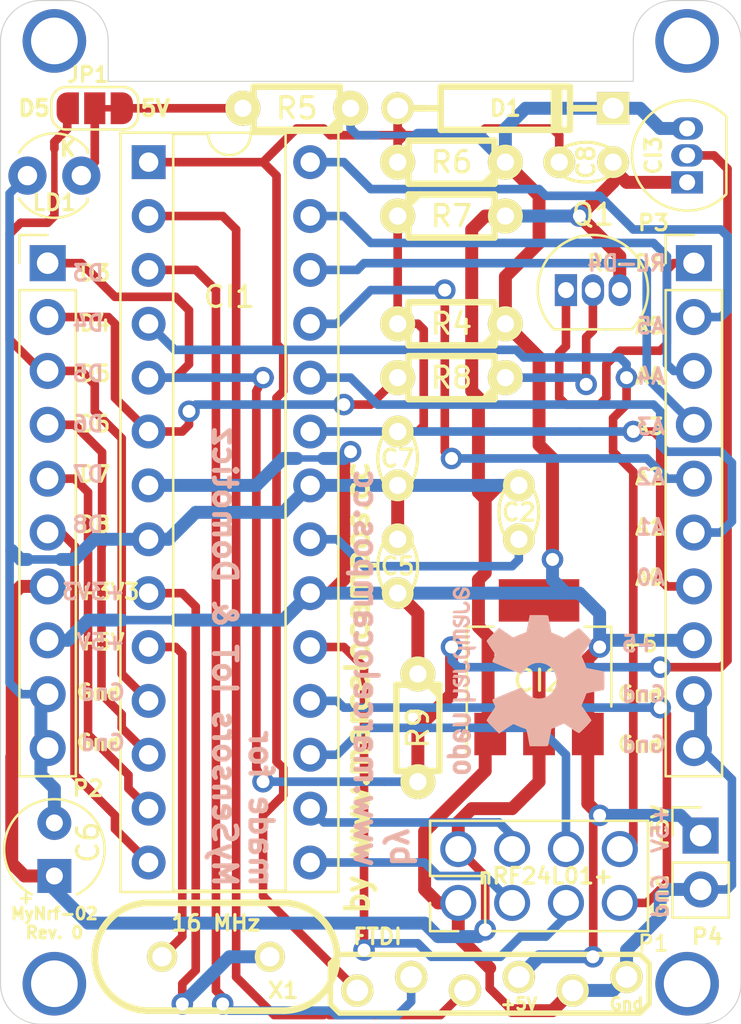
<source format=kicad_pcb>
(kicad_pcb (version 20171130) (host pcbnew "(5.1.6)-1")

  (general
    (thickness 1.6)
    (drawings 45)
    (tracks 456)
    (zones 0)
    (modules 29)
    (nets 35)
  )

  (page A4)
  (layers
    (0 F.Cu signal)
    (31 B.Cu signal)
    (36 B.SilkS user)
    (37 F.SilkS user)
    (38 B.Mask user)
    (39 F.Mask user)
    (42 Eco1.User user hide)
    (44 Edge.Cuts user)
    (45 Margin user)
    (46 B.CrtYd user)
    (47 F.CrtYd user)
  )

  (setup
    (last_trace_width 0.3048)
    (user_trace_width 0.3048)
    (user_trace_width 0.4064)
    (user_trace_width 0.6096)
    (user_trace_width 0.8128)
    (user_trace_width 1.016)
    (user_trace_width 1.524)
    (trace_clearance 0.2)
    (zone_clearance 0.508)
    (zone_45_only no)
    (trace_min 0.2)
    (via_size 0.8)
    (via_drill 0.4)
    (via_min_size 0.4)
    (via_min_drill 0.3)
    (user_via 0.8128 0.6096)
    (user_via 1.016 0.6096)
    (uvia_size 0.3)
    (uvia_drill 0.1)
    (uvias_allowed no)
    (uvia_min_size 0.2)
    (uvia_min_drill 0.1)
    (edge_width 0.05)
    (segment_width 0.2)
    (pcb_text_width 0.3)
    (pcb_text_size 1.5 1.5)
    (mod_edge_width 0.12)
    (mod_text_size 1 1)
    (mod_text_width 0.15)
    (pad_size 1.7 1.7)
    (pad_drill 1.016)
    (pad_to_mask_clearance 0.05)
    (aux_axis_origin 0 0)
    (visible_elements 7FFFFF7F)
    (pcbplotparams
      (layerselection 0x010fc_ffffffff)
      (usegerberextensions false)
      (usegerberattributes true)
      (usegerberadvancedattributes true)
      (creategerberjobfile true)
      (excludeedgelayer true)
      (linewidth 0.100000)
      (plotframeref false)
      (viasonmask false)
      (mode 1)
      (useauxorigin false)
      (hpglpennumber 1)
      (hpglpenspeed 20)
      (hpglpendiameter 15.000000)
      (psnegative false)
      (psa4output false)
      (plotreference true)
      (plotvalue true)
      (plotinvisibletext false)
      (padsonsilk false)
      (subtractmaskfromsilk false)
      (outputformat 1)
      (mirror false)
      (drillshape 1)
      (scaleselection 1)
      (outputdirectory ""))
  )

  (net 0 "")
  (net 1 GND)
  (net 2 "Net-(C2-Pad1)")
  (net 3 +3.3V)
  (net 4 +5V)
  (net 5 /PC0)
  (net 6 /PB1)
  (net 7 /RXD.Brd)
  (net 8 /PB2)
  (net 9 /TXD.Brd)
  (net 10 /PB3)
  (net 11 /PD2)
  (net 12 /PB4)
  (net 13 /PD3)
  (net 14 /PB5)
  (net 15 /PD4)
  (net 16 /OSC1)
  (net 17 /OSC2)
  (net 18 /PC1)
  (net 19 /PD5)
  (net 20 /PC2)
  (net 21 /PD6)
  (net 22 /PC3)
  (net 23 /PD7)
  (net 24 /PC4)
  (net 25 /PB0)
  (net 26 /PC5)
  (net 27 "Net-(J3-Pad1)")
  (net 28 "Net-(J4-Pad1)")
  (net 29 "Net-(J5-Pad1)")
  (net 30 "Net-(J6-Pad1)")
  (net 31 /Out_Rele)
  (net 32 "Net-(Q1-Pad2)")
  (net 33 /~RST)
  (net 34 "Net-(JP1-Pad1)")

  (net_class Default "This is the default net class."
    (clearance 0.2)
    (trace_width 0.25)
    (via_dia 0.8)
    (via_drill 0.4)
    (uvia_dia 0.3)
    (uvia_drill 0.1)
    (add_net +3.3V)
    (add_net +5V)
    (add_net /OSC1)
    (add_net /OSC2)
    (add_net /Out_Rele)
    (add_net /PB0)
    (add_net /PB1)
    (add_net /PB2)
    (add_net /PB3)
    (add_net /PB4)
    (add_net /PB5)
    (add_net /PC0)
    (add_net /PC1)
    (add_net /PC2)
    (add_net /PC3)
    (add_net /PC4)
    (add_net /PC5)
    (add_net /PD2)
    (add_net /PD3)
    (add_net /PD4)
    (add_net /PD5)
    (add_net /PD6)
    (add_net /PD7)
    (add_net /RXD.Brd)
    (add_net /TXD.Brd)
    (add_net /~RST)
    (add_net GND)
    (add_net "Net-(C2-Pad1)")
    (add_net "Net-(J3-Pad1)")
    (add_net "Net-(J4-Pad1)")
    (add_net "Net-(J5-Pad1)")
    (add_net "Net-(J6-Pad1)")
    (add_net "Net-(JP1-Pad1)")
    (add_net "Net-(Q1-Pad2)")
  )

  (module Package_TO_SOT_THT:TO-92_Inline (layer F.Cu) (tedit 5A1DD157) (tstamp 622E01C6)
    (at 131.445 109.22)
    (descr "TO-92 leads in-line, narrow, oval pads, drill 0.75mm (see NXP sot054_po.pdf)")
    (tags "to-92 sc-43 sc-43a sot54 PA33 transistor")
    (path /61F4C9D4)
    (fp_text reference Q1 (at 1.27 -3.56) (layer F.SilkS)
      (effects (font (size 1 1) (thickness 0.15)))
    )
    (fp_text value BC337c (at 1.27 2.79) (layer F.Fab)
      (effects (font (size 1 1) (thickness 0.15)))
    )
    (fp_line (start 4 2.01) (end -1.46 2.01) (layer F.CrtYd) (width 0.05))
    (fp_line (start 4 2.01) (end 4 -2.73) (layer F.CrtYd) (width 0.05))
    (fp_line (start -1.46 -2.73) (end -1.46 2.01) (layer F.CrtYd) (width 0.05))
    (fp_line (start -1.46 -2.73) (end 4 -2.73) (layer F.CrtYd) (width 0.05))
    (fp_line (start -0.5 1.75) (end 3 1.75) (layer F.Fab) (width 0.1))
    (fp_line (start -0.53 1.85) (end 3.07 1.85) (layer F.SilkS) (width 0.12))
    (fp_text user %R (at 1.27 -3.56) (layer F.Fab)
      (effects (font (size 1 1) (thickness 0.15)))
    )
    (fp_arc (start 1.27 0) (end 1.27 -2.48) (angle 135) (layer F.Fab) (width 0.1))
    (fp_arc (start 1.27 0) (end 1.27 -2.6) (angle -135) (layer F.SilkS) (width 0.12))
    (fp_arc (start 1.27 0) (end 1.27 -2.48) (angle -135) (layer F.Fab) (width 0.1))
    (fp_arc (start 1.27 0) (end 1.27 -2.6) (angle 135) (layer F.SilkS) (width 0.12))
    (pad 2 thru_hole oval (at 1.27 0) (size 1.05 1.5) (drill 0.75) (layers *.Cu *.Mask)
      (net 32 "Net-(Q1-Pad2)"))
    (pad 3 thru_hole oval (at 2.54 0) (size 1.05 1.5) (drill 0.75) (layers *.Cu *.Mask)
      (net 1 GND))
    (pad 1 thru_hole rect (at 0 0) (size 1.05 1.5) (drill 0.75) (layers *.Cu *.Mask)
      (net 31 /Out_Rele))
    (model C:/!WorksHome/Kicad_Projetos/libs/3D/transistores/TO-92_Inline.wrl
      (at (xyz 0 0 0))
      (scale (xyz 1 1 1))
      (rotate (xyz 0 0 0))
    )
  )

  (module Package_TO_SOT_THT:TO-92_Inline (layer F.Cu) (tedit 5A1DD157) (tstamp 622DEA61)
    (at 137.16 104.14 90)
    (descr "TO-92 leads in-line, narrow, oval pads, drill 0.75mm (see NXP sot054_po.pdf)")
    (tags "to-92 sc-43 sc-43a sot54 PA33 transistor")
    (path /622E52F0)
    (fp_text reference CI3 (at 1.27 -1.5875 90) (layer F.SilkS)
      (effects (font (size 0.7366 0.7366) (thickness 0.15)))
    )
    (fp_text value DS18S20 (at 1.27 2.79 90) (layer F.Fab)
      (effects (font (size 1 1) (thickness 0.15)))
    )
    (fp_line (start 4 2.01) (end -1.46 2.01) (layer F.CrtYd) (width 0.05))
    (fp_line (start 4 2.01) (end 4 -2.73) (layer F.CrtYd) (width 0.05))
    (fp_line (start -1.46 -2.73) (end -1.46 2.01) (layer F.CrtYd) (width 0.05))
    (fp_line (start -1.46 -2.73) (end 4 -2.73) (layer F.CrtYd) (width 0.05))
    (fp_line (start -0.5 1.75) (end 3 1.75) (layer F.Fab) (width 0.1))
    (fp_line (start -0.53 1.85) (end 3.07 1.85) (layer F.SilkS) (width 0.12))
    (fp_text user %R (at 1.27 -3.56 90) (layer F.Fab)
      (effects (font (size 1 1) (thickness 0.15)))
    )
    (fp_arc (start 1.27 0) (end 1.27 -2.48) (angle 135) (layer F.Fab) (width 0.1))
    (fp_arc (start 1.27 0) (end 1.27 -2.6) (angle -135) (layer F.SilkS) (width 0.12))
    (fp_arc (start 1.27 0) (end 1.27 -2.48) (angle -135) (layer F.Fab) (width 0.1))
    (fp_arc (start 1.27 0) (end 1.27 -2.6) (angle 135) (layer F.SilkS) (width 0.12))
    (pad 2 thru_hole oval (at 1.27 0 90) (size 1.05 1.5) (drill 0.75) (layers *.Cu *.Mask)
      (net 13 /PD3))
    (pad 3 thru_hole oval (at 2.54 0 90) (size 1.05 1.5) (drill 0.75) (layers *.Cu *.Mask)
      (net 4 +5V))
    (pad 1 thru_hole rect (at 0 0 90) (size 1.05 1.5) (drill 0.75) (layers *.Cu *.Mask)
      (net 1 GND))
    (model ${KISYS3DMOD}/Package_TO_SOT_THT.3dshapes/TO-92_Inline.wrl
      (at (xyz 0 0 0))
      (scale (xyz 1 1 1))
      (rotate (xyz 0 0 0))
    )
    (model C:/!WorksHome/Kicad_Projetos/libs/3D/transistores/TO-92_Inline.wrl
      (at (xyz 0 0 0))
      (scale (xyz 1 1 1))
      (rotate (xyz 0 0 0))
    )
  )

  (module Connector_PinHeader_2.54mm:PinHeader_1x10_P2.54mm_Vertical (layer F.Cu) (tedit 622CEABF) (tstamp 61E4677E)
    (at 137.4775 107.95)
    (descr "Through hole straight pin header, 1x10, 2.54mm pitch, single row")
    (tags "Through hole pin header THT 1x10 2.54mm single row")
    (path /62149E2B)
    (fp_text reference P3 (at -1.905 -1.905) (layer F.SilkS)
      (effects (font (size 0.7366 0.7366) (thickness 0.15)))
    )
    (fp_text value Conn_01x10 (at 0 25.19) (layer F.Fab)
      (effects (font (size 1 1) (thickness 0.15)))
    )
    (fp_line (start -0.635 -1.27) (end 1.27 -1.27) (layer F.Fab) (width 0.1))
    (fp_line (start 1.27 -1.27) (end 1.27 24.13) (layer F.Fab) (width 0.1))
    (fp_line (start 1.27 24.13) (end -1.27 24.13) (layer F.Fab) (width 0.1))
    (fp_line (start -1.27 24.13) (end -1.27 -0.635) (layer F.Fab) (width 0.1))
    (fp_line (start -1.27 -0.635) (end -0.635 -1.27) (layer F.Fab) (width 0.1))
    (fp_line (start -1.33 24.19) (end 1.33 24.19) (layer F.SilkS) (width 0.12))
    (fp_line (start -1.33 1.27) (end -1.33 24.19) (layer F.SilkS) (width 0.12))
    (fp_line (start 1.33 1.27) (end 1.33 24.19) (layer F.SilkS) (width 0.12))
    (fp_line (start -1.33 1.27) (end 1.33 1.27) (layer F.SilkS) (width 0.12))
    (fp_line (start -1.33 0) (end -1.33 -1.33) (layer F.SilkS) (width 0.12))
    (fp_line (start -1.33 -1.33) (end 0 -1.33) (layer F.SilkS) (width 0.12))
    (fp_line (start -1.8 -1.8) (end -1.8 24.65) (layer F.CrtYd) (width 0.05))
    (fp_line (start -1.8 24.65) (end 1.8 24.65) (layer F.CrtYd) (width 0.05))
    (fp_line (start 1.8 24.65) (end 1.8 -1.8) (layer F.CrtYd) (width 0.05))
    (fp_line (start 1.8 -1.8) (end -1.8 -1.8) (layer F.CrtYd) (width 0.05))
    (fp_text user %R (at 0 11.43 90) (layer F.Fab)
      (effects (font (size 1 1) (thickness 0.15)))
    )
    (pad 1 thru_hole rect (at 0 0) (size 1.7 1.7) (drill 1) (layers *.Cu *.Mask)
      (net 31 /Out_Rele))
    (pad 2 thru_hole oval (at 0 2.54) (size 1.7 1.7) (drill 1.016) (layers *.Cu *.Mask)
      (net 26 /PC5))
    (pad 3 thru_hole oval (at 0 5.08) (size 1.7 1.7) (drill 1.016) (layers *.Cu *.Mask)
      (net 24 /PC4))
    (pad 4 thru_hole oval (at 0 7.62) (size 1.7 1.7) (drill 1.016) (layers *.Cu *.Mask)
      (net 22 /PC3))
    (pad 5 thru_hole oval (at 0 10.16) (size 1.7 1.7) (drill 1.016) (layers *.Cu *.Mask)
      (net 20 /PC2))
    (pad 6 thru_hole oval (at 0 12.7) (size 1.7 1.7) (drill 1.016) (layers *.Cu *.Mask)
      (net 18 /PC1))
    (pad 7 thru_hole oval (at 0 15.24) (size 1.7 1.7) (drill 1.016) (layers *.Cu *.Mask)
      (net 5 /PC0))
    (pad 8 thru_hole oval (at 0 17.78) (size 1.7 1.7) (drill 1.016) (layers *.Cu *.Mask)
      (net 4 +5V))
    (pad 9 thru_hole oval (at 0 20.32) (size 1.7 1.7) (drill 1.016) (layers *.Cu *.Mask)
      (net 1 GND))
    (pad 10 thru_hole oval (at 0 22.86) (size 1.7 1.7) (drill 1.016) (layers *.Cu *.Mask)
      (net 1 GND))
    (model ${KISYS3DMOD}/Connector_PinHeader_2.54mm.3dshapes/PinHeader_1x10_P2.54mm_Vertical.wrl
      (offset (xyz 0 0 -1.905))
      (scale (xyz 1 1 1))
      (rotate (xyz 0 180 0))
    )
    (model C:/KiCad5.16/share/kicad/modules/packages3d/Connector_PinHeader_2.54mm.3dshapes/PinHeader_1x10_P2.54mm_Vertical.wrl
      (offset (xyz 0 0 -1.905))
      (scale (xyz 1 1 1))
      (rotate (xyz 0 180 0))
    )
  )

  (module Jumper:SolderJumper-3_P1.3mm_Open_RoundedPad1.0x1.5mm (layer F.Cu) (tedit 622CFF60) (tstamp 622D2812)
    (at 109.22 100.6475 180)
    (descr "SMD Solder 3-pad Jumper, 1x1.5mm rounded Pads, 0.3mm gap, open")
    (tags "solder jumper open")
    (path /622D6145)
    (attr virtual)
    (fp_text reference JP1 (at 0.3175 1.5875 180) (layer F.SilkS)
      (effects (font (size 0.7112 0.7112) (thickness 0.15)))
    )
    (fp_text value JUMPER3 (at 0 1.9 180) (layer F.Fab)
      (effects (font (size 1 1) (thickness 0.15)))
    )
    (fp_line (start -2.05 0.3) (end -2.05 -0.3) (layer F.SilkS) (width 0.12))
    (fp_line (start 1.4 1) (end -1.4 1) (layer F.SilkS) (width 0.12))
    (fp_line (start 2.05 -0.3) (end 2.05 0.3) (layer F.SilkS) (width 0.12))
    (fp_line (start -1.4 -1) (end 1.4 -1) (layer F.SilkS) (width 0.12))
    (fp_line (start -2.3 -1.25) (end 2.3 -1.25) (layer F.CrtYd) (width 0.05))
    (fp_line (start -2.3 -1.25) (end -2.3 1.25) (layer F.CrtYd) (width 0.05))
    (fp_line (start 2.3 1.25) (end 2.3 -1.25) (layer F.CrtYd) (width 0.05))
    (fp_line (start 2.3 1.25) (end -2.3 1.25) (layer F.CrtYd) (width 0.05))
    (fp_arc (start 1.35 -0.3) (end 2.05 -0.3) (angle -90) (layer F.SilkS) (width 0.12))
    (fp_arc (start 1.35 0.3) (end 1.35 1) (angle -90) (layer F.SilkS) (width 0.12))
    (fp_arc (start -1.35 0.3) (end -2.05 0.3) (angle -90) (layer F.SilkS) (width 0.12))
    (fp_arc (start -1.35 -0.3) (end -1.35 -1) (angle -90) (layer F.SilkS) (width 0.12))
    (pad 1 smd custom (at -1.3 0 180) (size 1 0.5) (layers F.Cu F.Mask)
      (net 34 "Net-(JP1-Pad1)") (zone_connect 2)
      (options (clearance outline) (anchor rect))
      (primitives
        (gr_circle (center 0 0.25) (end 0.5 0.25) (width 0))
        (gr_circle (center 0 -0.25) (end 0.5 -0.25) (width 0))
        (gr_poly (pts
           (xy 0.55 -0.75) (xy 0 -0.75) (xy 0 0.75) (xy 0.55 0.75)) (width 0))
      ))
    (pad 3 smd custom (at 1.3 0 180) (size 1 0.5) (layers F.Cu F.Mask)
      (net 19 /PD5) (zone_connect 2)
      (options (clearance outline) (anchor rect))
      (primitives
        (gr_circle (center 0 0.25) (end 0.5 0.25) (width 0))
        (gr_circle (center 0 -0.25) (end 0.5 -0.25) (width 0))
        (gr_poly (pts
           (xy -0.55 -0.75) (xy 0 -0.75) (xy 0 0.75) (xy -0.55 0.75)) (width 0))
      ))
    (pad 2 smd rect (at 0 0 180) (size 1 1.5) (layers F.Cu F.Mask)
      (net 34 "Net-(JP1-Pad1)"))
  )

  (module Lib_MAC_v5:RESCR12 (layer F.Cu) (tedit 5633ADE9) (tstamp 61E467EC)
    (at 117.475 100.6475 180)
    (descr CR12)
    (tags "CR12 RESCR12")
    (path /61EC0FF5)
    (autoplace_cost180 10)
    (fp_text reference R5 (at -1.27 0) (layer F.SilkS)
      (effects (font (size 1 1) (thickness 0.14986)))
    )
    (fp_text value "10 K" (at -0.762 0.127) (layer F.SilkS) hide
      (effects (font (size 1.397 1.27) (thickness 0.2032)))
    )
    (fp_line (start -3.302 -0.508) (end -2.794 -1.016) (layer F.SilkS) (width 0.3048))
    (fp_line (start 0.762 1.016) (end 0.762 0) (layer F.SilkS) (width 0.3048))
    (fp_line (start -3.302 -1.016) (end -3.302 1.016) (layer F.SilkS) (width 0.3048))
    (fp_line (start 0.762 0) (end 0.762 -1.016) (layer F.SilkS) (width 0.3048))
    (fp_line (start 1.27 0) (end 0.762 0) (layer F.SilkS) (width 0.3048))
    (fp_line (start -3.81 0) (end -3.302 0) (layer F.SilkS) (width 0.3048))
    (fp_line (start -3.302 -1.016) (end 0.762 -1.016) (layer F.SilkS) (width 0.3048))
    (fp_line (start 0.762 1.016) (end -3.302 1.016) (layer F.SilkS) (width 0.3048))
    (pad 2 thru_hole circle (at 1.27 0 180) (size 1.651 1.651) (drill 0.8128) (layers *.Cu *.Mask F.SilkS)
      (net 34 "Net-(JP1-Pad1)"))
    (pad 1 thru_hole circle (at -3.81 0 180) (size 1.651 1.651) (drill 0.8128) (layers *.Cu *.Mask F.SilkS)
      (net 4 +5V))
    (model discret/resistor.wrl
      (offset (xyz -0.05 0 0))
      (scale (xyz 0.2 0.3 0.3))
      (rotate (xyz 0 0 0))
    )
  )

  (module Package_DIP:DIP-28_W7.62mm_Socket (layer F.Cu) (tedit 622CEA9C) (tstamp 622DE33E)
    (at 111.76 103.1875)
    (descr "28-lead though-hole mounted DIP package, row spacing 7.62 mm (300 mils), Socket")
    (tags "THT DIP DIL PDIP 2.54mm 7.62mm 300mil Socket")
    (path /570BE528)
    (fp_text reference CI1 (at 3.81 6.35) (layer F.SilkS)
      (effects (font (size 1 1) (thickness 0.15)))
    )
    (fp_text value ATMEGA328-P (at 3.81 35.35) (layer F.Fab)
      (effects (font (size 1 1) (thickness 0.15)))
    )
    (fp_line (start 1.635 -1.27) (end 6.985 -1.27) (layer F.Fab) (width 0.1))
    (fp_line (start 6.985 -1.27) (end 6.985 34.29) (layer F.Fab) (width 0.1))
    (fp_line (start 6.985 34.29) (end 0.635 34.29) (layer F.Fab) (width 0.1))
    (fp_line (start 0.635 34.29) (end 0.635 -0.27) (layer F.Fab) (width 0.1))
    (fp_line (start 0.635 -0.27) (end 1.635 -1.27) (layer F.Fab) (width 0.1))
    (fp_line (start -1.27 -1.33) (end -1.27 34.35) (layer F.Fab) (width 0.1))
    (fp_line (start -1.27 34.35) (end 8.89 34.35) (layer F.Fab) (width 0.1))
    (fp_line (start 8.89 34.35) (end 8.89 -1.33) (layer F.Fab) (width 0.1))
    (fp_line (start 8.89 -1.33) (end -1.27 -1.33) (layer F.Fab) (width 0.1))
    (fp_line (start 2.81 -1.33) (end 1.16 -1.33) (layer F.SilkS) (width 0.12))
    (fp_line (start 1.16 -1.33) (end 1.16 34.35) (layer F.SilkS) (width 0.12))
    (fp_line (start 1.16 34.35) (end 6.46 34.35) (layer F.SilkS) (width 0.12))
    (fp_line (start 6.46 34.35) (end 6.46 -1.33) (layer F.SilkS) (width 0.12))
    (fp_line (start 6.46 -1.33) (end 4.81 -1.33) (layer F.SilkS) (width 0.12))
    (fp_line (start -1.33 -1.39) (end -1.33 34.41) (layer F.SilkS) (width 0.12))
    (fp_line (start -1.33 34.41) (end 8.95 34.41) (layer F.SilkS) (width 0.12))
    (fp_line (start 8.95 34.41) (end 8.95 -1.39) (layer F.SilkS) (width 0.12))
    (fp_line (start 8.95 -1.39) (end -1.33 -1.39) (layer F.SilkS) (width 0.12))
    (fp_line (start -1.55 -1.6) (end -1.55 34.65) (layer F.CrtYd) (width 0.05))
    (fp_line (start -1.55 34.65) (end 9.15 34.65) (layer F.CrtYd) (width 0.05))
    (fp_line (start 9.15 34.65) (end 9.15 -1.6) (layer F.CrtYd) (width 0.05))
    (fp_line (start 9.15 -1.6) (end -1.55 -1.6) (layer F.CrtYd) (width 0.05))
    (fp_arc (start 3.81 -1.33) (end 2.81 -1.33) (angle -180) (layer F.SilkS) (width 0.12))
    (fp_text user %R (at 3.81 16.51) (layer F.Fab)
      (effects (font (size 1 1) (thickness 0.15)))
    )
    (pad 1 thru_hole rect (at 0 0) (size 1.6 1.6) (drill 0.9144) (layers *.Cu *.Mask)
      (net 33 /~RST))
    (pad 15 thru_hole oval (at 7.62 33.02) (size 1.6 1.6) (drill 0.9144) (layers *.Cu *.Mask)
      (net 6 /PB1))
    (pad 2 thru_hole oval (at 0 2.54) (size 1.6 1.6) (drill 0.9144) (layers *.Cu *.Mask)
      (net 7 /RXD.Brd))
    (pad 16 thru_hole oval (at 7.62 30.48) (size 1.6 1.6) (drill 0.9144) (layers *.Cu *.Mask)
      (net 8 /PB2))
    (pad 3 thru_hole oval (at 0 5.08) (size 1.6 1.6) (drill 0.9144) (layers *.Cu *.Mask)
      (net 9 /TXD.Brd))
    (pad 17 thru_hole oval (at 7.62 27.94) (size 1.6 1.6) (drill 0.9144) (layers *.Cu *.Mask)
      (net 10 /PB3))
    (pad 4 thru_hole oval (at 0 7.62) (size 1.6 1.6) (drill 0.9144) (layers *.Cu *.Mask)
      (net 11 /PD2))
    (pad 18 thru_hole oval (at 7.62 25.4) (size 1.6 1.6) (drill 0.9144) (layers *.Cu *.Mask)
      (net 12 /PB4))
    (pad 5 thru_hole oval (at 0 10.16) (size 1.6 1.6) (drill 0.9144) (layers *.Cu *.Mask)
      (net 13 /PD3))
    (pad 19 thru_hole oval (at 7.62 22.86) (size 1.6 1.6) (drill 0.9144) (layers *.Cu *.Mask)
      (net 14 /PB5))
    (pad 6 thru_hole oval (at 0 12.7) (size 1.6 1.6) (drill 0.9144) (layers *.Cu *.Mask)
      (net 15 /PD4))
    (pad 20 thru_hole oval (at 7.62 20.32) (size 1.6 1.6) (drill 0.9144) (layers *.Cu *.Mask)
      (net 4 +5V))
    (pad 7 thru_hole oval (at 0 15.24) (size 1.6 1.6) (drill 0.9144) (layers *.Cu *.Mask)
      (net 4 +5V))
    (pad 21 thru_hole oval (at 7.62 17.78) (size 1.6 1.6) (drill 0.9144) (layers *.Cu *.Mask)
      (net 2 "Net-(C2-Pad1)"))
    (pad 8 thru_hole oval (at 0 17.78) (size 1.6 1.6) (drill 0.9144) (layers *.Cu *.Mask)
      (net 1 GND))
    (pad 22 thru_hole oval (at 7.62 15.24) (size 1.6 1.6) (drill 0.9144) (layers *.Cu *.Mask)
      (net 1 GND))
    (pad 9 thru_hole oval (at 0 20.32) (size 1.6 1.6) (drill 0.9144) (layers *.Cu *.Mask)
      (net 16 /OSC1))
    (pad 23 thru_hole oval (at 7.62 12.7) (size 1.6 1.6) (drill 0.9144) (layers *.Cu *.Mask)
      (net 5 /PC0))
    (pad 10 thru_hole oval (at 0 22.86) (size 1.6 1.6) (drill 0.9144) (layers *.Cu *.Mask)
      (net 17 /OSC2))
    (pad 24 thru_hole oval (at 7.62 10.16) (size 1.6 1.6) (drill 0.9144) (layers *.Cu *.Mask)
      (net 18 /PC1))
    (pad 11 thru_hole oval (at 0 25.4) (size 1.6 1.6) (drill 0.9144) (layers *.Cu *.Mask)
      (net 19 /PD5))
    (pad 25 thru_hole oval (at 7.62 7.62) (size 1.6 1.6) (drill 0.9144) (layers *.Cu *.Mask)
      (net 20 /PC2))
    (pad 12 thru_hole oval (at 0 27.94) (size 1.6 1.6) (drill 0.9144) (layers *.Cu *.Mask)
      (net 21 /PD6))
    (pad 26 thru_hole oval (at 7.62 5.08) (size 1.6 1.6) (drill 0.9144) (layers *.Cu *.Mask)
      (net 22 /PC3))
    (pad 13 thru_hole oval (at 0 30.48) (size 1.6 1.6) (drill 0.9144) (layers *.Cu *.Mask)
      (net 23 /PD7))
    (pad 27 thru_hole oval (at 7.62 2.54) (size 1.6 1.6) (drill 0.9144) (layers *.Cu *.Mask)
      (net 24 /PC4))
    (pad 14 thru_hole oval (at 0 33.02) (size 1.6 1.6) (drill 0.9144) (layers *.Cu *.Mask)
      (net 25 /PB0))
    (pad 28 thru_hole oval (at 7.62 0) (size 1.6 1.6) (drill 0.9144) (layers *.Cu *.Mask)
      (net 26 /PC5))
    (model ${KISYS3DMOD}/Package_DIP.3dshapes/DIP-28_W7.62mm_Socket.wrl
      (at (xyz 0 0 0))
      (scale (xyz 1 1 1))
      (rotate (xyz 0 0 0))
    )
    (model C:/KiCad5.16/share/kicad/modules/packages3d/Package_DIP.3dshapes/DIP-28_W7.62mm.wrl
      (at (xyz 0 0 0))
      (scale (xyz 1 1 1))
      (rotate (xyz 0 0 0))
    )
  )

  (module Symbol:OSHW-Logo2_9.8x8mm_SilkScreen (layer B.Cu) (tedit 0) (tstamp 622CF67F)
    (at 129.54 127.635 90)
    (descr "Open Source Hardware Symbol")
    (tags "Logo Symbol OSHW")
    (attr virtual)
    (fp_text reference REF** (at 0 0 90) (layer B.SilkS) hide
      (effects (font (size 1 1) (thickness 0.15)) (justify mirror))
    )
    (fp_text value OSHW-Logo2_9.8x8mm_SilkScreen (at 0.75 0 90) (layer B.Fab) hide
      (effects (font (size 1 1) (thickness 0.15)) (justify mirror))
    )
    (fp_poly (pts (xy -3.231114 -2.584505) (xy -3.156461 -2.621727) (xy -3.090569 -2.690261) (xy -3.072423 -2.715648)
      (xy -3.052655 -2.748866) (xy -3.039828 -2.784945) (xy -3.03249 -2.833098) (xy -3.029187 -2.902536)
      (xy -3.028462 -2.994206) (xy -3.031737 -3.11983) (xy -3.043123 -3.214154) (xy -3.064959 -3.284523)
      (xy -3.099581 -3.338286) (xy -3.14933 -3.382788) (xy -3.152986 -3.385423) (xy -3.202015 -3.412377)
      (xy -3.261055 -3.425712) (xy -3.336141 -3.429) (xy -3.458205 -3.429) (xy -3.458256 -3.547497)
      (xy -3.459392 -3.613492) (xy -3.466314 -3.652202) (xy -3.484402 -3.675419) (xy -3.519038 -3.694933)
      (xy -3.527355 -3.69892) (xy -3.56628 -3.717603) (xy -3.596417 -3.729403) (xy -3.618826 -3.730422)
      (xy -3.634567 -3.716761) (xy -3.644698 -3.684522) (xy -3.650277 -3.629804) (xy -3.652365 -3.548711)
      (xy -3.652019 -3.437344) (xy -3.6503 -3.291802) (xy -3.649763 -3.248269) (xy -3.647828 -3.098205)
      (xy -3.646096 -3.000042) (xy -3.458308 -3.000042) (xy -3.457252 -3.083364) (xy -3.452562 -3.13788)
      (xy -3.441949 -3.173837) (xy -3.423128 -3.201482) (xy -3.41035 -3.214965) (xy -3.35811 -3.254417)
      (xy -3.311858 -3.257628) (xy -3.264133 -3.225049) (xy -3.262923 -3.223846) (xy -3.243506 -3.198668)
      (xy -3.231693 -3.164447) (xy -3.225735 -3.111748) (xy -3.22388 -3.031131) (xy -3.223846 -3.013271)
      (xy -3.22833 -2.902175) (xy -3.242926 -2.825161) (xy -3.26935 -2.778147) (xy -3.309317 -2.75705)
      (xy -3.332416 -2.754923) (xy -3.387238 -2.7649) (xy -3.424842 -2.797752) (xy -3.447477 -2.857857)
      (xy -3.457394 -2.949598) (xy -3.458308 -3.000042) (xy -3.646096 -3.000042) (xy -3.645778 -2.98206)
      (xy -3.643127 -2.894679) (xy -3.639394 -2.830905) (xy -3.634093 -2.785582) (xy -3.626742 -2.753555)
      (xy -3.616857 -2.729668) (xy -3.603954 -2.708764) (xy -3.598421 -2.700898) (xy -3.525031 -2.626595)
      (xy -3.43224 -2.584467) (xy -3.324904 -2.572722) (xy -3.231114 -2.584505)) (layer B.SilkS) (width 0.01))
    (fp_poly (pts (xy -1.728336 -2.595089) (xy -1.665633 -2.631358) (xy -1.622039 -2.667358) (xy -1.590155 -2.705075)
      (xy -1.56819 -2.751199) (xy -1.554351 -2.812421) (xy -1.546847 -2.895431) (xy -1.543883 -3.006919)
      (xy -1.543539 -3.087062) (xy -1.543539 -3.382065) (xy -1.709615 -3.456515) (xy -1.719385 -3.133402)
      (xy -1.723421 -3.012729) (xy -1.727656 -2.925141) (xy -1.732903 -2.86465) (xy -1.739975 -2.825268)
      (xy -1.749689 -2.801007) (xy -1.762856 -2.78588) (xy -1.767081 -2.782606) (xy -1.831091 -2.757034)
      (xy -1.895792 -2.767153) (xy -1.934308 -2.794) (xy -1.949975 -2.813024) (xy -1.96082 -2.837988)
      (xy -1.967712 -2.875834) (xy -1.971521 -2.933502) (xy -1.973117 -3.017935) (xy -1.973385 -3.105928)
      (xy -1.973437 -3.216323) (xy -1.975328 -3.294463) (xy -1.981655 -3.347165) (xy -1.995017 -3.381242)
      (xy -2.018015 -3.403511) (xy -2.053246 -3.420787) (xy -2.100303 -3.438738) (xy -2.151697 -3.458278)
      (xy -2.145579 -3.111485) (xy -2.143116 -2.986468) (xy -2.140233 -2.894082) (xy -2.136102 -2.827881)
      (xy -2.129893 -2.78142) (xy -2.120774 -2.748256) (xy -2.107917 -2.721944) (xy -2.092416 -2.698729)
      (xy -2.017629 -2.624569) (xy -1.926372 -2.581684) (xy -1.827117 -2.571412) (xy -1.728336 -2.595089)) (layer B.SilkS) (width 0.01))
    (fp_poly (pts (xy -3.983114 -2.587256) (xy -3.891536 -2.635409) (xy -3.823951 -2.712905) (xy -3.799943 -2.762727)
      (xy -3.781262 -2.837533) (xy -3.771699 -2.932052) (xy -3.770792 -3.03521) (xy -3.778079 -3.135935)
      (xy -3.793097 -3.223153) (xy -3.815385 -3.285791) (xy -3.822235 -3.296579) (xy -3.903368 -3.377105)
      (xy -3.999734 -3.425336) (xy -4.104299 -3.43945) (xy -4.210032 -3.417629) (xy -4.239457 -3.404547)
      (xy -4.296759 -3.364231) (xy -4.34705 -3.310775) (xy -4.351803 -3.303995) (xy -4.371122 -3.271321)
      (xy -4.383892 -3.236394) (xy -4.391436 -3.190414) (xy -4.395076 -3.124584) (xy -4.396135 -3.030105)
      (xy -4.396154 -3.008923) (xy -4.396106 -3.002182) (xy -4.200769 -3.002182) (xy -4.199632 -3.091349)
      (xy -4.195159 -3.15052) (xy -4.185754 -3.188741) (xy -4.169824 -3.215053) (xy -4.161692 -3.223846)
      (xy -4.114942 -3.257261) (xy -4.069553 -3.255737) (xy -4.02366 -3.226752) (xy -3.996288 -3.195809)
      (xy -3.980077 -3.150643) (xy -3.970974 -3.07942) (xy -3.970349 -3.071114) (xy -3.968796 -2.942037)
      (xy -3.985035 -2.846172) (xy -4.018848 -2.784107) (xy -4.070016 -2.756432) (xy -4.08828 -2.754923)
      (xy -4.13624 -2.762513) (xy -4.169047 -2.788808) (xy -4.189105 -2.839095) (xy -4.198822 -2.918664)
      (xy -4.200769 -3.002182) (xy -4.396106 -3.002182) (xy -4.395426 -2.908249) (xy -4.392371 -2.837906)
      (xy -4.385678 -2.789163) (xy -4.37404 -2.753288) (xy -4.356147 -2.721548) (xy -4.352192 -2.715648)
      (xy -4.285733 -2.636104) (xy -4.213315 -2.589929) (xy -4.125151 -2.571599) (xy -4.095213 -2.570703)
      (xy -3.983114 -2.587256)) (layer B.SilkS) (width 0.01))
    (fp_poly (pts (xy -2.465746 -2.599745) (xy -2.388714 -2.651567) (xy -2.329184 -2.726412) (xy -2.293622 -2.821654)
      (xy -2.286429 -2.891756) (xy -2.287246 -2.921009) (xy -2.294086 -2.943407) (xy -2.312888 -2.963474)
      (xy -2.349592 -2.985733) (xy -2.410138 -3.014709) (xy -2.500466 -3.054927) (xy -2.500923 -3.055129)
      (xy -2.584067 -3.09321) (xy -2.652247 -3.127025) (xy -2.698495 -3.152933) (xy -2.715842 -3.167295)
      (xy -2.715846 -3.167411) (xy -2.700557 -3.198685) (xy -2.664804 -3.233157) (xy -2.623758 -3.25799)
      (xy -2.602963 -3.262923) (xy -2.54623 -3.245862) (xy -2.497373 -3.203133) (xy -2.473535 -3.156155)
      (xy -2.450603 -3.121522) (xy -2.405682 -3.082081) (xy -2.352877 -3.048009) (xy -2.30629 -3.02948)
      (xy -2.296548 -3.028462) (xy -2.285582 -3.045215) (xy -2.284921 -3.088039) (xy -2.29298 -3.145781)
      (xy -2.308173 -3.207289) (xy -2.328914 -3.261409) (xy -2.329962 -3.26351) (xy -2.392379 -3.35066)
      (xy -2.473274 -3.409939) (xy -2.565144 -3.439034) (xy -2.660487 -3.435634) (xy -2.751802 -3.397428)
      (xy -2.755862 -3.394741) (xy -2.827694 -3.329642) (xy -2.874927 -3.244705) (xy -2.901066 -3.133021)
      (xy -2.904574 -3.101643) (xy -2.910787 -2.953536) (xy -2.903339 -2.884468) (xy -2.715846 -2.884468)
      (xy -2.71341 -2.927552) (xy -2.700086 -2.940126) (xy -2.666868 -2.930719) (xy -2.614506 -2.908483)
      (xy -2.555976 -2.88061) (xy -2.554521 -2.879872) (xy -2.504911 -2.853777) (xy -2.485 -2.836363)
      (xy -2.48991 -2.818107) (xy -2.510584 -2.79412) (xy -2.563181 -2.759406) (xy -2.619823 -2.756856)
      (xy -2.670631 -2.782119) (xy -2.705724 -2.830847) (xy -2.715846 -2.884468) (xy -2.903339 -2.884468)
      (xy -2.898008 -2.835036) (xy -2.865222 -2.741055) (xy -2.819579 -2.675215) (xy -2.737198 -2.608681)
      (xy -2.646454 -2.575676) (xy -2.553815 -2.573573) (xy -2.465746 -2.599745)) (layer B.SilkS) (width 0.01))
    (fp_poly (pts (xy -0.840154 -2.49212) (xy -0.834428 -2.57198) (xy -0.827851 -2.619039) (xy -0.818738 -2.639566)
      (xy -0.805402 -2.639829) (xy -0.801077 -2.637378) (xy -0.743556 -2.619636) (xy -0.668732 -2.620672)
      (xy -0.592661 -2.63891) (xy -0.545082 -2.662505) (xy -0.496298 -2.700198) (xy -0.460636 -2.742855)
      (xy -0.436155 -2.797057) (xy -0.420913 -2.869384) (xy -0.41297 -2.966419) (xy -0.410384 -3.094742)
      (xy -0.410338 -3.119358) (xy -0.410308 -3.39587) (xy -0.471839 -3.41732) (xy -0.515541 -3.431912)
      (xy -0.539518 -3.438706) (xy -0.540223 -3.438769) (xy -0.542585 -3.420345) (xy -0.544594 -3.369526)
      (xy -0.546099 -3.292993) (xy -0.546947 -3.19743) (xy -0.547077 -3.139329) (xy -0.547349 -3.024771)
      (xy -0.548748 -2.942667) (xy -0.552151 -2.886393) (xy -0.558433 -2.849326) (xy -0.568471 -2.824844)
      (xy -0.583139 -2.806325) (xy -0.592298 -2.797406) (xy -0.655211 -2.761466) (xy -0.723864 -2.758775)
      (xy -0.786152 -2.78917) (xy -0.797671 -2.800144) (xy -0.814567 -2.820779) (xy -0.826286 -2.845256)
      (xy -0.833767 -2.880647) (xy -0.837946 -2.934026) (xy -0.839763 -3.012466) (xy -0.840154 -3.120617)
      (xy -0.840154 -3.39587) (xy -0.901685 -3.41732) (xy -0.945387 -3.431912) (xy -0.969364 -3.438706)
      (xy -0.97007 -3.438769) (xy -0.971874 -3.420069) (xy -0.9735 -3.367322) (xy -0.974883 -3.285557)
      (xy -0.975958 -3.179805) (xy -0.97666 -3.055094) (xy -0.976923 -2.916455) (xy -0.976923 -2.381806)
      (xy -0.849923 -2.328236) (xy -0.840154 -2.49212)) (layer B.SilkS) (width 0.01))
    (fp_poly (pts (xy 0.053501 -2.626303) (xy 0.13006 -2.654733) (xy 0.130936 -2.655279) (xy 0.178285 -2.690127)
      (xy 0.213241 -2.730852) (xy 0.237825 -2.783925) (xy 0.254062 -2.855814) (xy 0.263975 -2.952992)
      (xy 0.269586 -3.081928) (xy 0.270077 -3.100298) (xy 0.277141 -3.377287) (xy 0.217695 -3.408028)
      (xy 0.174681 -3.428802) (xy 0.14871 -3.438646) (xy 0.147509 -3.438769) (xy 0.143014 -3.420606)
      (xy 0.139444 -3.371612) (xy 0.137248 -3.300031) (xy 0.136769 -3.242068) (xy 0.136758 -3.14817)
      (xy 0.132466 -3.089203) (xy 0.117503 -3.061079) (xy 0.085482 -3.059706) (xy 0.030014 -3.080998)
      (xy -0.053731 -3.120136) (xy -0.115311 -3.152643) (xy -0.146983 -3.180845) (xy -0.156294 -3.211582)
      (xy -0.156308 -3.213104) (xy -0.140943 -3.266054) (xy -0.095453 -3.29466) (xy -0.025834 -3.298803)
      (xy 0.024313 -3.298084) (xy 0.050754 -3.312527) (xy 0.067243 -3.347218) (xy 0.076733 -3.391416)
      (xy 0.063057 -3.416493) (xy 0.057907 -3.420082) (xy 0.009425 -3.434496) (xy -0.058469 -3.436537)
      (xy -0.128388 -3.426983) (xy -0.177932 -3.409522) (xy -0.24643 -3.351364) (xy -0.285366 -3.270408)
      (xy -0.293077 -3.20716) (xy -0.287193 -3.150111) (xy -0.265899 -3.103542) (xy -0.223735 -3.062181)
      (xy -0.155241 -3.020755) (xy -0.054956 -2.973993) (xy -0.048846 -2.97135) (xy 0.04149 -2.929617)
      (xy 0.097235 -2.895391) (xy 0.121129 -2.864635) (xy 0.115913 -2.833311) (xy 0.084328 -2.797383)
      (xy 0.074883 -2.789116) (xy 0.011617 -2.757058) (xy -0.053936 -2.758407) (xy -0.111028 -2.789838)
      (xy -0.148907 -2.848024) (xy -0.152426 -2.859446) (xy -0.1867 -2.914837) (xy -0.230191 -2.941518)
      (xy -0.293077 -2.96796) (xy -0.293077 -2.899548) (xy -0.273948 -2.80011) (xy -0.217169 -2.708902)
      (xy -0.187622 -2.678389) (xy -0.120458 -2.639228) (xy -0.035044 -2.6215) (xy 0.053501 -2.626303)) (layer B.SilkS) (width 0.01))
    (fp_poly (pts (xy 0.713362 -2.62467) (xy 0.802117 -2.657421) (xy 0.874022 -2.71535) (xy 0.902144 -2.756128)
      (xy 0.932802 -2.830954) (xy 0.932165 -2.885058) (xy 0.899987 -2.921446) (xy 0.888081 -2.927633)
      (xy 0.836675 -2.946925) (xy 0.810422 -2.941982) (xy 0.80153 -2.909587) (xy 0.801077 -2.891692)
      (xy 0.784797 -2.825859) (xy 0.742365 -2.779807) (xy 0.683388 -2.757564) (xy 0.617475 -2.763161)
      (xy 0.563895 -2.792229) (xy 0.545798 -2.80881) (xy 0.532971 -2.828925) (xy 0.524306 -2.859332)
      (xy 0.518696 -2.906788) (xy 0.515035 -2.97805) (xy 0.512215 -3.079875) (xy 0.511484 -3.112115)
      (xy 0.50882 -3.22241) (xy 0.505792 -3.300036) (xy 0.50125 -3.351396) (xy 0.494046 -3.38289)
      (xy 0.483033 -3.40092) (xy 0.46706 -3.411888) (xy 0.456834 -3.416733) (xy 0.413406 -3.433301)
      (xy 0.387842 -3.438769) (xy 0.379395 -3.420507) (xy 0.374239 -3.365296) (xy 0.372346 -3.272499)
      (xy 0.373689 -3.141478) (xy 0.374107 -3.121269) (xy 0.377058 -3.001733) (xy 0.380548 -2.914449)
      (xy 0.385514 -2.852591) (xy 0.392893 -2.809336) (xy 0.403624 -2.77786) (xy 0.418645 -2.751339)
      (xy 0.426502 -2.739975) (xy 0.471553 -2.689692) (xy 0.52194 -2.650581) (xy 0.528108 -2.647167)
      (xy 0.618458 -2.620212) (xy 0.713362 -2.62467)) (layer B.SilkS) (width 0.01))
    (fp_poly (pts (xy 1.602081 -2.780289) (xy 1.601833 -2.92632) (xy 1.600872 -3.038655) (xy 1.598794 -3.122678)
      (xy 1.595193 -3.183769) (xy 1.589665 -3.227309) (xy 1.581804 -3.258679) (xy 1.571207 -3.283262)
      (xy 1.563182 -3.297294) (xy 1.496728 -3.373388) (xy 1.41247 -3.421084) (xy 1.319249 -3.438199)
      (xy 1.2259 -3.422546) (xy 1.170312 -3.394418) (xy 1.111957 -3.34576) (xy 1.072186 -3.286333)
      (xy 1.04819 -3.208507) (xy 1.037161 -3.104652) (xy 1.035599 -3.028462) (xy 1.035809 -3.022986)
      (xy 1.172308 -3.022986) (xy 1.173141 -3.110355) (xy 1.176961 -3.168192) (xy 1.185746 -3.206029)
      (xy 1.201474 -3.233398) (xy 1.220266 -3.254042) (xy 1.283375 -3.29389) (xy 1.351137 -3.297295)
      (xy 1.415179 -3.264025) (xy 1.420164 -3.259517) (xy 1.441439 -3.236067) (xy 1.454779 -3.208166)
      (xy 1.462001 -3.166641) (xy 1.464923 -3.102316) (xy 1.465385 -3.0312) (xy 1.464383 -2.941858)
      (xy 1.460238 -2.882258) (xy 1.451236 -2.843089) (xy 1.435667 -2.81504) (xy 1.422902 -2.800144)
      (xy 1.3636 -2.762575) (xy 1.295301 -2.758057) (xy 1.23011 -2.786753) (xy 1.217528 -2.797406)
      (xy 1.196111 -2.821063) (xy 1.182744 -2.849251) (xy 1.175566 -2.891245) (xy 1.172719 -2.956319)
      (xy 1.172308 -3.022986) (xy 1.035809 -3.022986) (xy 1.040322 -2.905765) (xy 1.056362 -2.813577)
      (xy 1.086528 -2.744269) (xy 1.133629 -2.690211) (xy 1.170312 -2.662505) (xy 1.23699 -2.632572)
      (xy 1.314272 -2.618678) (xy 1.38611 -2.622397) (xy 1.426308 -2.6374) (xy 1.442082 -2.64167)
      (xy 1.45255 -2.62575) (xy 1.459856 -2.583089) (xy 1.465385 -2.518106) (xy 1.471437 -2.445732)
      (xy 1.479844 -2.402187) (xy 1.495141 -2.377287) (xy 1.521864 -2.360845) (xy 1.538654 -2.353564)
      (xy 1.602154 -2.326963) (xy 1.602081 -2.780289)) (layer B.SilkS) (width 0.01))
    (fp_poly (pts (xy 2.395929 -2.636662) (xy 2.398911 -2.688068) (xy 2.401247 -2.766192) (xy 2.402749 -2.864857)
      (xy 2.403231 -2.968343) (xy 2.403231 -3.318533) (xy 2.341401 -3.380363) (xy 2.298793 -3.418462)
      (xy 2.26139 -3.433895) (xy 2.21027 -3.432918) (xy 2.189978 -3.430433) (xy 2.126554 -3.4232)
      (xy 2.074095 -3.419055) (xy 2.061308 -3.418672) (xy 2.018199 -3.421176) (xy 1.956544 -3.427462)
      (xy 1.932638 -3.430433) (xy 1.873922 -3.435028) (xy 1.834464 -3.425046) (xy 1.795338 -3.394228)
      (xy 1.781215 -3.380363) (xy 1.719385 -3.318533) (xy 1.719385 -2.663503) (xy 1.76915 -2.640829)
      (xy 1.812002 -2.624034) (xy 1.837073 -2.618154) (xy 1.843501 -2.636736) (xy 1.849509 -2.688655)
      (xy 1.854697 -2.768172) (xy 1.858664 -2.869546) (xy 1.860577 -2.955192) (xy 1.865923 -3.292231)
      (xy 1.91256 -3.298825) (xy 1.954976 -3.294214) (xy 1.97576 -3.279287) (xy 1.98157 -3.251377)
      (xy 1.98653 -3.191925) (xy 1.990246 -3.108466) (xy 1.992324 -3.008532) (xy 1.992624 -2.957104)
      (xy 1.992923 -2.661054) (xy 2.054454 -2.639604) (xy 2.098004 -2.62502) (xy 2.121694 -2.618219)
      (xy 2.122377 -2.618154) (xy 2.124754 -2.636642) (xy 2.127366 -2.687906) (xy 2.129995 -2.765649)
      (xy 2.132421 -2.863574) (xy 2.134115 -2.955192) (xy 2.139461 -3.292231) (xy 2.256692 -3.292231)
      (xy 2.262072 -2.984746) (xy 2.267451 -2.677261) (xy 2.324601 -2.647707) (xy 2.366797 -2.627413)
      (xy 2.39177 -2.618204) (xy 2.392491 -2.618154) (xy 2.395929 -2.636662)) (layer B.SilkS) (width 0.01))
    (fp_poly (pts (xy 2.887333 -2.633528) (xy 2.94359 -2.659117) (xy 2.987747 -2.690124) (xy 3.020101 -2.724795)
      (xy 3.042438 -2.76952) (xy 3.056546 -2.830692) (xy 3.064211 -2.914701) (xy 3.06722 -3.02794)
      (xy 3.067538 -3.102509) (xy 3.067538 -3.39342) (xy 3.017773 -3.416095) (xy 2.978576 -3.432667)
      (xy 2.959157 -3.438769) (xy 2.955442 -3.42061) (xy 2.952495 -3.371648) (xy 2.950691 -3.300153)
      (xy 2.950308 -3.243385) (xy 2.948661 -3.161371) (xy 2.944222 -3.096309) (xy 2.93774 -3.056467)
      (xy 2.93259 -3.048) (xy 2.897977 -3.056646) (xy 2.84364 -3.078823) (xy 2.780722 -3.108886)
      (xy 2.720368 -3.141192) (xy 2.673721 -3.170098) (xy 2.651926 -3.189961) (xy 2.651839 -3.190175)
      (xy 2.653714 -3.226935) (xy 2.670525 -3.262026) (xy 2.700039 -3.290528) (xy 2.743116 -3.300061)
      (xy 2.779932 -3.29895) (xy 2.832074 -3.298133) (xy 2.859444 -3.310349) (xy 2.875882 -3.342624)
      (xy 2.877955 -3.34871) (xy 2.885081 -3.394739) (xy 2.866024 -3.422687) (xy 2.816353 -3.436007)
      (xy 2.762697 -3.43847) (xy 2.666142 -3.42021) (xy 2.616159 -3.394131) (xy 2.554429 -3.332868)
      (xy 2.52169 -3.25767) (xy 2.518753 -3.178211) (xy 2.546424 -3.104167) (xy 2.588047 -3.057769)
      (xy 2.629604 -3.031793) (xy 2.694922 -2.998907) (xy 2.771038 -2.965557) (xy 2.783726 -2.960461)
      (xy 2.867333 -2.923565) (xy 2.91553 -2.891046) (xy 2.93103 -2.858718) (xy 2.91655 -2.822394)
      (xy 2.891692 -2.794) (xy 2.832939 -2.759039) (xy 2.768293 -2.756417) (xy 2.709008 -2.783358)
      (xy 2.666339 -2.837088) (xy 2.660739 -2.85095) (xy 2.628133 -2.901936) (xy 2.58053 -2.939787)
      (xy 2.520461 -2.97085) (xy 2.520461 -2.882768) (xy 2.523997 -2.828951) (xy 2.539156 -2.786534)
      (xy 2.572768 -2.741279) (xy 2.605035 -2.70642) (xy 2.655209 -2.657062) (xy 2.694193 -2.630547)
      (xy 2.736064 -2.619911) (xy 2.78346 -2.618154) (xy 2.887333 -2.633528)) (layer B.SilkS) (width 0.01))
    (fp_poly (pts (xy 3.570807 -2.636782) (xy 3.594161 -2.646988) (xy 3.649902 -2.691134) (xy 3.697569 -2.754967)
      (xy 3.727048 -2.823087) (xy 3.731846 -2.85667) (xy 3.71576 -2.903556) (xy 3.680475 -2.928365)
      (xy 3.642644 -2.943387) (xy 3.625321 -2.946155) (xy 3.616886 -2.926066) (xy 3.60023 -2.882351)
      (xy 3.592923 -2.862598) (xy 3.551948 -2.794271) (xy 3.492622 -2.760191) (xy 3.416552 -2.761239)
      (xy 3.410918 -2.762581) (xy 3.370305 -2.781836) (xy 3.340448 -2.819375) (xy 3.320055 -2.879809)
      (xy 3.307836 -2.967751) (xy 3.3025 -3.087813) (xy 3.302 -3.151698) (xy 3.301752 -3.252403)
      (xy 3.300126 -3.321054) (xy 3.295801 -3.364673) (xy 3.287454 -3.390282) (xy 3.273765 -3.404903)
      (xy 3.253411 -3.415558) (xy 3.252234 -3.416095) (xy 3.213038 -3.432667) (xy 3.193619 -3.438769)
      (xy 3.190635 -3.420319) (xy 3.188081 -3.369323) (xy 3.18614 -3.292308) (xy 3.184997 -3.195805)
      (xy 3.184769 -3.125184) (xy 3.185932 -2.988525) (xy 3.190479 -2.884851) (xy 3.199999 -2.808108)
      (xy 3.216081 -2.752246) (xy 3.240313 -2.711212) (xy 3.274286 -2.678954) (xy 3.307833 -2.65644)
      (xy 3.388499 -2.626476) (xy 3.482381 -2.619718) (xy 3.570807 -2.636782)) (layer B.SilkS) (width 0.01))
    (fp_poly (pts (xy 4.245224 -2.647838) (xy 4.322528 -2.698361) (xy 4.359814 -2.74359) (xy 4.389353 -2.825663)
      (xy 4.391699 -2.890607) (xy 4.386385 -2.977445) (xy 4.186115 -3.065103) (xy 4.088739 -3.109887)
      (xy 4.025113 -3.145913) (xy 3.992029 -3.177117) (xy 3.98628 -3.207436) (xy 4.004658 -3.240805)
      (xy 4.024923 -3.262923) (xy 4.083889 -3.298393) (xy 4.148024 -3.300879) (xy 4.206926 -3.273235)
      (xy 4.250197 -3.21832) (xy 4.257936 -3.198928) (xy 4.295006 -3.138364) (xy 4.337654 -3.112552)
      (xy 4.396154 -3.090471) (xy 4.396154 -3.174184) (xy 4.390982 -3.23115) (xy 4.370723 -3.279189)
      (xy 4.328262 -3.334346) (xy 4.321951 -3.341514) (xy 4.27472 -3.390585) (xy 4.234121 -3.41692)
      (xy 4.183328 -3.429035) (xy 4.14122 -3.433003) (xy 4.065902 -3.433991) (xy 4.012286 -3.421466)
      (xy 3.978838 -3.402869) (xy 3.926268 -3.361975) (xy 3.889879 -3.317748) (xy 3.86685 -3.262126)
      (xy 3.854359 -3.187047) (xy 3.849587 -3.084449) (xy 3.849206 -3.032376) (xy 3.850501 -2.969948)
      (xy 3.968471 -2.969948) (xy 3.969839 -3.003438) (xy 3.973249 -3.008923) (xy 3.995753 -3.001472)
      (xy 4.044182 -2.981753) (xy 4.108908 -2.953718) (xy 4.122443 -2.947692) (xy 4.204244 -2.906096)
      (xy 4.249312 -2.869538) (xy 4.259217 -2.835296) (xy 4.235526 -2.800648) (xy 4.21596 -2.785339)
      (xy 4.14536 -2.754721) (xy 4.07928 -2.75978) (xy 4.023959 -2.797151) (xy 3.985636 -2.863473)
      (xy 3.973349 -2.916116) (xy 3.968471 -2.969948) (xy 3.850501 -2.969948) (xy 3.85173 -2.91072)
      (xy 3.861032 -2.82071) (xy 3.87946 -2.755167) (xy 3.90936 -2.706912) (xy 3.95308 -2.668767)
      (xy 3.972141 -2.65644) (xy 4.058726 -2.624336) (xy 4.153522 -2.622316) (xy 4.245224 -2.647838)) (layer B.SilkS) (width 0.01))
    (fp_poly (pts (xy 0.139878 3.712224) (xy 0.245612 3.711645) (xy 0.322132 3.710078) (xy 0.374372 3.707028)
      (xy 0.407263 3.702004) (xy 0.425737 3.694511) (xy 0.434727 3.684056) (xy 0.439163 3.670147)
      (xy 0.439594 3.668346) (xy 0.446333 3.635855) (xy 0.458808 3.571748) (xy 0.475719 3.482849)
      (xy 0.495771 3.375981) (xy 0.517664 3.257967) (xy 0.518429 3.253822) (xy 0.540359 3.138169)
      (xy 0.560877 3.035986) (xy 0.578659 2.953402) (xy 0.592381 2.896544) (xy 0.600718 2.871542)
      (xy 0.601116 2.871099) (xy 0.625677 2.85889) (xy 0.676315 2.838544) (xy 0.742095 2.814455)
      (xy 0.742461 2.814326) (xy 0.825317 2.783182) (xy 0.923 2.743509) (xy 1.015077 2.703619)
      (xy 1.019434 2.701647) (xy 1.169407 2.63358) (xy 1.501498 2.860361) (xy 1.603374 2.929496)
      (xy 1.695657 2.991303) (xy 1.773003 3.042267) (xy 1.830064 3.078873) (xy 1.861495 3.097606)
      (xy 1.864479 3.098996) (xy 1.887321 3.09281) (xy 1.929982 3.062965) (xy 1.994128 3.008053)
      (xy 2.081421 2.926666) (xy 2.170535 2.840078) (xy 2.256441 2.754753) (xy 2.333327 2.676892)
      (xy 2.396564 2.611303) (xy 2.441523 2.562795) (xy 2.463576 2.536175) (xy 2.464396 2.534805)
      (xy 2.466834 2.516537) (xy 2.45765 2.486705) (xy 2.434574 2.441279) (xy 2.395337 2.37623)
      (xy 2.33767 2.28753) (xy 2.260795 2.173343) (xy 2.19257 2.072838) (xy 2.131582 1.982697)
      (xy 2.081356 1.908151) (xy 2.045416 1.854435) (xy 2.027287 1.826782) (xy 2.026146 1.824905)
      (xy 2.028359 1.79841) (xy 2.045138 1.746914) (xy 2.073142 1.680149) (xy 2.083122 1.658828)
      (xy 2.126672 1.563841) (xy 2.173134 1.456063) (xy 2.210877 1.362808) (xy 2.238073 1.293594)
      (xy 2.259675 1.240994) (xy 2.272158 1.213503) (xy 2.273709 1.211384) (xy 2.296668 1.207876)
      (xy 2.350786 1.198262) (xy 2.428868 1.183911) (xy 2.523719 1.166193) (xy 2.628143 1.146475)
      (xy 2.734944 1.126126) (xy 2.836926 1.106514) (xy 2.926894 1.089009) (xy 2.997653 1.074978)
      (xy 3.042006 1.065791) (xy 3.052885 1.063193) (xy 3.064122 1.056782) (xy 3.072605 1.042303)
      (xy 3.078714 1.014867) (xy 3.082832 0.969589) (xy 3.085341 0.90158) (xy 3.086621 0.805953)
      (xy 3.087054 0.67782) (xy 3.087077 0.625299) (xy 3.087077 0.198155) (xy 2.9845 0.177909)
      (xy 2.927431 0.16693) (xy 2.842269 0.150905) (xy 2.739372 0.131767) (xy 2.629096 0.111449)
      (xy 2.598615 0.105868) (xy 2.496855 0.086083) (xy 2.408205 0.066627) (xy 2.340108 0.049303)
      (xy 2.300004 0.035912) (xy 2.293323 0.031921) (xy 2.276919 0.003658) (xy 2.253399 -0.051109)
      (xy 2.227316 -0.121588) (xy 2.222142 -0.136769) (xy 2.187956 -0.230896) (xy 2.145523 -0.337101)
      (xy 2.103997 -0.432473) (xy 2.103792 -0.432916) (xy 2.03464 -0.582525) (xy 2.489512 -1.251617)
      (xy 2.1975 -1.544116) (xy 2.10918 -1.63117) (xy 2.028625 -1.707909) (xy 1.96036 -1.770237)
      (xy 1.908908 -1.814056) (xy 1.878794 -1.83527) (xy 1.874474 -1.836616) (xy 1.849111 -1.826016)
      (xy 1.797358 -1.796547) (xy 1.724868 -1.751705) (xy 1.637294 -1.694984) (xy 1.542612 -1.631462)
      (xy 1.446516 -1.566668) (xy 1.360837 -1.510287) (xy 1.291016 -1.465788) (xy 1.242494 -1.436639)
      (xy 1.220782 -1.426308) (xy 1.194293 -1.43505) (xy 1.144062 -1.458087) (xy 1.080451 -1.490631)
      (xy 1.073708 -1.494249) (xy 0.988046 -1.53721) (xy 0.929306 -1.558279) (xy 0.892772 -1.558503)
      (xy 0.873731 -1.538928) (xy 0.87362 -1.538654) (xy 0.864102 -1.515472) (xy 0.841403 -1.460441)
      (xy 0.807282 -1.377822) (xy 0.7635 -1.271872) (xy 0.711816 -1.146852) (xy 0.653992 -1.00702)
      (xy 0.597991 -0.871637) (xy 0.536447 -0.722234) (xy 0.479939 -0.583832) (xy 0.430161 -0.460673)
      (xy 0.388806 -0.357002) (xy 0.357568 -0.277059) (xy 0.338141 -0.225088) (xy 0.332154 -0.205692)
      (xy 0.347168 -0.183443) (xy 0.386439 -0.147982) (xy 0.438807 -0.108887) (xy 0.587941 0.014755)
      (xy 0.704511 0.156478) (xy 0.787118 0.313296) (xy 0.834366 0.482225) (xy 0.844857 0.660278)
      (xy 0.837231 0.742461) (xy 0.795682 0.912969) (xy 0.724123 1.063541) (xy 0.626995 1.192691)
      (xy 0.508734 1.298936) (xy 0.37378 1.38079) (xy 0.226571 1.436768) (xy 0.071544 1.465385)
      (xy -0.086861 1.465156) (xy -0.244206 1.434595) (xy -0.396054 1.372218) (xy -0.537965 1.27654)
      (xy -0.597197 1.222428) (xy -0.710797 1.08348) (xy -0.789894 0.931639) (xy -0.835014 0.771333)
      (xy -0.846684 0.606988) (xy -0.825431 0.443029) (xy -0.77178 0.283882) (xy -0.68626 0.133975)
      (xy -0.569395 -0.002267) (xy -0.438807 -0.108887) (xy -0.384412 -0.149642) (xy -0.345986 -0.184718)
      (xy -0.332154 -0.205726) (xy -0.339397 -0.228635) (xy -0.359995 -0.283365) (xy -0.392254 -0.365672)
      (xy -0.434479 -0.471315) (xy -0.484977 -0.59605) (xy -0.542052 -0.735636) (xy -0.598146 -0.87167)
      (xy -0.660033 -1.021201) (xy -0.717356 -1.159767) (xy -0.768356 -1.283107) (xy -0.811273 -1.386964)
      (xy -0.844347 -1.46708) (xy -0.865819 -1.519195) (xy -0.873775 -1.538654) (xy -0.892571 -1.558423)
      (xy -0.928926 -1.558365) (xy -0.987521 -1.537441) (xy -1.073032 -1.494613) (xy -1.073708 -1.494249)
      (xy -1.138093 -1.461012) (xy -1.190139 -1.436802) (xy -1.219488 -1.426404) (xy -1.220783 -1.426308)
      (xy -1.242876 -1.436855) (xy -1.291652 -1.466184) (xy -1.361669 -1.510827) (xy -1.447486 -1.567314)
      (xy -1.542612 -1.631462) (xy -1.63946 -1.696411) (xy -1.726747 -1.752896) (xy -1.798819 -1.797421)
      (xy -1.850023 -1.82649) (xy -1.874474 -1.836616) (xy -1.89699 -1.823307) (xy -1.942258 -1.786112)
      (xy -2.005756 -1.729128) (xy -2.082961 -1.656449) (xy -2.169349 -1.572171) (xy -2.197601 -1.544016)
      (xy -2.489713 -1.251416) (xy -2.267369 -0.925104) (xy -2.199798 -0.824897) (xy -2.140493 -0.734963)
      (xy -2.092783 -0.66051) (xy -2.059993 -0.606751) (xy -2.045452 -0.578894) (xy -2.045026 -0.576912)
      (xy -2.052692 -0.550655) (xy -2.073311 -0.497837) (xy -2.103315 -0.42731) (xy -2.124375 -0.380093)
      (xy -2.163752 -0.289694) (xy -2.200835 -0.198366) (xy -2.229585 -0.1212) (xy -2.237395 -0.097692)
      (xy -2.259583 -0.034916) (xy -2.281273 0.013589) (xy -2.293187 0.031921) (xy -2.319477 0.043141)
      (xy -2.376858 0.059046) (xy -2.457882 0.077833) (xy -2.555105 0.097701) (xy -2.598615 0.105868)
      (xy -2.709104 0.126171) (xy -2.815084 0.14583) (xy -2.906199 0.162912) (xy -2.972092 0.175482)
      (xy -2.9845 0.177909) (xy -3.087077 0.198155) (xy -3.087077 0.625299) (xy -3.086847 0.765754)
      (xy -3.085901 0.872021) (xy -3.083859 0.948987) (xy -3.080338 1.00154) (xy -3.074957 1.034567)
      (xy -3.067334 1.052955) (xy -3.057088 1.061592) (xy -3.052885 1.063193) (xy -3.02753 1.068873)
      (xy -2.971516 1.080205) (xy -2.892036 1.095821) (xy -2.796288 1.114353) (xy -2.691467 1.134431)
      (xy -2.584768 1.154688) (xy -2.483387 1.173754) (xy -2.394521 1.190261) (xy -2.325363 1.202841)
      (xy -2.283111 1.210125) (xy -2.27371 1.211384) (xy -2.265193 1.228237) (xy -2.24634 1.27313)
      (xy -2.220676 1.33757) (xy -2.210877 1.362808) (xy -2.171352 1.460314) (xy -2.124808 1.568041)
      (xy -2.083123 1.658828) (xy -2.05245 1.728247) (xy -2.032044 1.78529) (xy -2.025232 1.820223)
      (xy -2.026318 1.824905) (xy -2.040715 1.847009) (xy -2.073588 1.896169) (xy -2.12141 1.967152)
      (xy -2.180652 2.054722) (xy -2.247785 2.153643) (xy -2.261059 2.17317) (xy -2.338954 2.28886)
      (xy -2.396213 2.376956) (xy -2.435119 2.441514) (xy -2.457956 2.486589) (xy -2.467006 2.516237)
      (xy -2.464552 2.534515) (xy -2.464489 2.534631) (xy -2.445173 2.558639) (xy -2.402449 2.605053)
      (xy -2.340949 2.669063) (xy -2.265302 2.745855) (xy -2.180139 2.830618) (xy -2.170535 2.840078)
      (xy -2.06321 2.944011) (xy -1.980385 3.020325) (xy -1.920395 3.070429) (xy -1.881577 3.09573)
      (xy -1.86448 3.098996) (xy -1.839527 3.08475) (xy -1.787745 3.051844) (xy -1.71448 3.003792)
      (xy -1.62508 2.94411) (xy -1.524889 2.876312) (xy -1.501499 2.860361) (xy -1.169407 2.63358)
      (xy -1.019435 2.701647) (xy -0.92823 2.741315) (xy -0.830331 2.781209) (xy -0.746169 2.813017)
      (xy -0.742462 2.814326) (xy -0.676631 2.838424) (xy -0.625884 2.8588) (xy -0.601158 2.871064)
      (xy -0.601116 2.871099) (xy -0.593271 2.893266) (xy -0.579934 2.947783) (xy -0.56243 3.02852)
      (xy -0.542083 3.12935) (xy -0.520218 3.244144) (xy -0.518429 3.253822) (xy -0.496496 3.372096)
      (xy -0.47636 3.479458) (xy -0.45932 3.569083) (xy -0.446672 3.634149) (xy -0.439716 3.667832)
      (xy -0.439594 3.668346) (xy -0.435361 3.682675) (xy -0.427129 3.693493) (xy -0.409967 3.701294)
      (xy -0.378942 3.706571) (xy -0.329122 3.709818) (xy -0.255576 3.711528) (xy -0.153371 3.712193)
      (xy -0.017575 3.712307) (xy 0 3.712308) (xy 0.139878 3.712224)) (layer B.SilkS) (width 0.01))
  )

  (module Lib_MAC_v5:CD_Mini (layer F.Cu) (tedit 5698E0C5) (tstamp 622BDF19)
    (at 129.2225 119.6975 90)
    (path /570BE586)
    (fp_text reference C2 (at 0 0) (layer F.SilkS)
      (effects (font (size 0.8128 0.8128) (thickness 0.15)))
    )
    (fp_text value "100 nF CD" (at 0 -1.905 90) (layer F.SilkS) hide
      (effects (font (size 1 1) (thickness 0.15)))
    )
    (fp_arc (start 0 -1.397) (end 1.651 0.254) (angle 90) (layer F.SilkS) (width 0.15))
    (fp_arc (start 0 1.397) (end -1.651 -0.254) (angle 90) (layer F.SilkS) (width 0.15))
    (pad 1 thru_hole circle (at -1.27 0 90) (size 1.5 1.5) (drill 0.8128) (layers *.Cu *.Mask F.SilkS)
      (net 2 "Net-(C2-Pad1)"))
    (pad 2 thru_hole circle (at 1.27 0 90) (size 1.5 1.5) (drill 0.8128) (layers *.Cu *.Mask F.SilkS)
      (net 1 GND))
    (model discret/capa_1_pas.wrl
      (at (xyz 0 0 0))
      (scale (xyz 1 1 1))
      (rotate (xyz 0 0 0))
    )
  )

  (module Lib_MAC_v5:DO-41 (layer F.Cu) (tedit 55070FD6) (tstamp 61E823F9)
    (at 128.5875 100.6475)
    (descr "Diode 3 pas")
    (tags "DIODE DEV")
    (path /570C4DAE)
    (fp_text reference D1 (at 0 0) (layer F.SilkS)
      (effects (font (size 0.7366 0.7366) (thickness 0.1524)))
    )
    (fp_text value 1N4148 (at 0 0) (layer F.SilkS) hide
      (effects (font (size 1.016 1.016) (thickness 0.2032)))
    )
    (fp_line (start -3.81 0) (end -5.08 0) (layer F.SilkS) (width 0.3175))
    (fp_line (start 3.81 0) (end 5.08 0) (layer F.SilkS) (width 0.3175))
    (fp_line (start 3.81 0) (end 3.048 0) (layer F.SilkS) (width 0.3175))
    (fp_line (start 3.048 0) (end 3.048 -1.016) (layer F.SilkS) (width 0.3048))
    (fp_line (start 3.048 -1.016) (end -3.048 -1.016) (layer F.SilkS) (width 0.3048))
    (fp_line (start -3.048 -1.016) (end -3.048 0) (layer F.SilkS) (width 0.3048))
    (fp_line (start -3.048 0) (end -3.81 0) (layer F.SilkS) (width 0.3048))
    (fp_line (start -3.048 0) (end -3.048 1.016) (layer F.SilkS) (width 0.3048))
    (fp_line (start -3.048 1.016) (end 3.048 1.016) (layer F.SilkS) (width 0.3048))
    (fp_line (start 3.048 1.016) (end 3.048 0) (layer F.SilkS) (width 0.3048))
    (fp_line (start 2.54 -1.016) (end 2.54 1.016) (layer F.SilkS) (width 0.3048))
    (fp_line (start 2.286 1.016) (end 2.286 -1.016) (layer F.SilkS) (width 0.3048))
    (pad 2 thru_hole rect (at 5.08 0) (size 1.524 1.524) (drill 0.9906) (layers *.Cu *.Mask F.SilkS)
      (net 4 +5V))
    (pad 1 thru_hole circle (at -5.08 0) (size 1.524 1.524) (drill 0.9906) (layers *.Cu *.Mask F.SilkS)
      (net 33 /~RST))
    (model discret/diode.wrl
      (at (xyz 0 0 0))
      (scale (xyz 0.4 0.4 0.4))
      (rotate (xyz 0 0 0))
    )
  )

  (module Lib_MAC_v5:CD_Mini (layer F.Cu) (tedit 5698E0C5) (tstamp 622BDEDC)
    (at 123.5075 117.1575 270)
    (path /621B0AE4)
    (fp_text reference C7 (at 0 0) (layer F.SilkS)
      (effects (font (size 0.8128 0.8128) (thickness 0.15)))
    )
    (fp_text value "100 nF CD" (at 0 -1.905 90) (layer F.SilkS) hide
      (effects (font (size 1 1) (thickness 0.15)))
    )
    (fp_arc (start 0 -1.397) (end 1.651 0.254) (angle 90) (layer F.SilkS) (width 0.15))
    (fp_arc (start 0 1.397) (end -1.651 -0.254) (angle 90) (layer F.SilkS) (width 0.15))
    (pad 1 thru_hole circle (at -1.27 0 270) (size 1.5 1.5) (drill 0.8128) (layers *.Cu *.Mask F.SilkS)
      (net 5 /PC0))
    (pad 2 thru_hole circle (at 1.27 0 270) (size 1.5 1.5) (drill 0.8128) (layers *.Cu *.Mask F.SilkS)
      (net 1 GND))
    (model discret/capa_1_pas.wrl
      (at (xyz 0 0 0))
      (scale (xyz 1 1 1))
      (rotate (xyz 0 0 0))
    )
  )

  (module Connector_PinHeader_2.54mm:1PAD (layer F.Cu) (tedit 5FE6250C) (tstamp 61E4417B)
    (at 137.16 141.9225)
    (descr "Through hole straight pin header, 1x01, 2.54mm pitch, single row")
    (tags "Through hole pin header THT 1x01 2.54mm single row")
    (path /5FE8CB87)
    (fp_text reference J4 (at 0 0) (layer F.SilkS) hide
      (effects (font (size 1 1) (thickness 0.15)))
    )
    (fp_text value Conn_01x01 (at 0.127 2.032) (layer F.Fab)
      (effects (font (size 1 1) (thickness 0.15)))
    )
    (fp_line (start -1.27 -0.635) (end -0.635 -1.27) (layer F.Fab) (width 0.1))
    (pad 1 thru_hole circle (at 0 0) (size 3 3) (drill 2.2) (layers *.Cu *.Mask)
      (net 28 "Net-(J4-Pad1)"))
  )

  (module Connector_PinHeader_2.54mm:1PAD (layer F.Cu) (tedit 5FE6250C) (tstamp 61E4425D)
    (at 107.315 97.4725)
    (descr "Through hole straight pin header, 1x01, 2.54mm pitch, single row")
    (tags "Through hole pin header THT 1x01 2.54mm single row")
    (path /5FE90EAE)
    (fp_text reference J5 (at -0.381 0) (layer F.SilkS) hide
      (effects (font (size 1 1) (thickness 0.15)))
    )
    (fp_text value Conn_01x01 (at 0.127 2.032) (layer F.Fab)
      (effects (font (size 1 1) (thickness 0.15)))
    )
    (fp_line (start -1.27 -0.635) (end -0.635 -1.27) (layer F.Fab) (width 0.1))
    (pad 1 thru_hole circle (at 0 0) (size 3 3) (drill 2.2) (layers *.Cu *.Mask)
      (net 29 "Net-(J5-Pad1)"))
  )

  (module Connector_PinHeader_2.54mm:1PAD (layer F.Cu) (tedit 5FE6250C) (tstamp 61E44262)
    (at 137.16 97.4725)
    (descr "Through hole straight pin header, 1x01, 2.54mm pitch, single row")
    (tags "Through hole pin header THT 1x01 2.54mm single row")
    (path /5FE90FCA)
    (fp_text reference J6 (at 0 0) (layer F.SilkS) hide
      (effects (font (size 1 1) (thickness 0.15)))
    )
    (fp_text value Conn_01x01 (at 0.127 2.032) (layer F.Fab)
      (effects (font (size 1 1) (thickness 0.15)))
    )
    (fp_line (start -1.27 -0.635) (end -0.635 -1.27) (layer F.Fab) (width 0.1))
    (pad 1 thru_hole circle (at 0 0) (size 3 3) (drill 2.2) (layers *.Cu *.Mask)
      (net 30 "Net-(J6-Pad1)"))
  )

  (module Connector_PinHeader_2.54mm:1PAD (layer F.Cu) (tedit 5FE6250C) (tstamp 61E44267)
    (at 107.315 141.9225)
    (descr "Through hole straight pin header, 1x01, 2.54mm pitch, single row")
    (tags "Through hole pin header THT 1x01 2.54mm single row")
    (path /5FE8C273)
    (fp_text reference J3 (at 0 0) (layer F.SilkS) hide
      (effects (font (size 1 1) (thickness 0.15)))
    )
    (fp_text value Conn_01x01 (at 0.127 2.032) (layer F.Fab)
      (effects (font (size 1 1) (thickness 0.15)))
    )
    (fp_line (start -1.27 -0.635) (end -0.635 -1.27) (layer F.Fab) (width 0.1))
    (pad 1 thru_hole circle (at 0 0) (size 3 3) (drill 2.2) (layers *.Cu *.Mask)
      (net 27 "Net-(J3-Pad1)"))
  )

  (module Lib_MAC_v5:CD_Mini (layer F.Cu) (tedit 5698E0C5) (tstamp 622A8E91)
    (at 123.5075 122.2375 90)
    (path /570BE5ED)
    (fp_text reference C5 (at 0 0) (layer F.SilkS)
      (effects (font (size 0.8128 0.8128) (thickness 0.15)))
    )
    (fp_text value "100 nF CD" (at 0 -1.905 90) (layer F.SilkS) hide
      (effects (font (size 1 1) (thickness 0.15)))
    )
    (fp_arc (start 0 -1.397) (end 1.651 0.254) (angle 90) (layer F.SilkS) (width 0.15))
    (fp_arc (start 0 1.397) (end -1.651 -0.254) (angle 90) (layer F.SilkS) (width 0.15))
    (pad 1 thru_hole circle (at -1.27 0 90) (size 1.5 1.5) (drill 0.8128) (layers *.Cu *.Mask F.SilkS)
      (net 4 +5V))
    (pad 2 thru_hole circle (at 1.27 0 90) (size 1.5 1.5) (drill 0.8128) (layers *.Cu *.Mask F.SilkS)
      (net 1 GND))
    (model discret/capa_1_pas.wrl
      (at (xyz 0 0 0))
      (scale (xyz 1 1 1))
      (rotate (xyz 0 0 0))
    )
  )

  (module Capacitor_THT:CP_Radial_Tantal_D4.5mm_P2.50mm (layer F.Cu) (tedit 5AE50EF0) (tstamp 622CF160)
    (at 107.315 136.8425 90)
    (descr "CP, Radial_Tantal series, Radial, pin pitch=2.50mm, , diameter=4.5mm, Tantal Electrolytic Capacitor, http://cdn-reichelt.de/documents/datenblatt/B300/TANTAL-TB-Serie%23.pdf")
    (tags "CP Radial_Tantal series Radial pin pitch 2.50mm  diameter 4.5mm Tantal Electrolytic Capacitor")
    (path /5FE59F88)
    (fp_text reference C6 (at 1.5875 1.5875 270) (layer F.SilkS)
      (effects (font (size 1 1) (thickness 0.15)))
    )
    (fp_text value "10 uF" (at 1.25 3.5 90) (layer F.Fab)
      (effects (font (size 1 1) (thickness 0.15)))
    )
    (fp_line (start -1.062288 -1.56) (end -1.062288 -1.11) (layer F.SilkS) (width 0.12))
    (fp_line (start -1.287288 -1.335) (end -0.837288 -1.335) (layer F.SilkS) (width 0.12))
    (fp_line (start -0.44308 -1.2025) (end -0.44308 -0.7525) (layer F.Fab) (width 0.1))
    (fp_line (start -0.66808 -0.9775) (end -0.21808 -0.9775) (layer F.Fab) (width 0.1))
    (fp_circle (center 1.25 0) (end 3.78 0) (layer F.CrtYd) (width 0.05))
    (fp_circle (center 1.25 0) (end 3.5 0) (layer F.Fab) (width 0.1))
    (fp_text user %R (at 1.25 0 90) (layer F.Fab)
      (effects (font (size 0.9 0.9) (thickness 0.135)))
    )
    (fp_arc (start 1.25 0) (end -0.869741 -1.06) (angle 306.864288) (layer F.SilkS) (width 0.12))
    (pad 2 thru_hole circle (at 2.5 0 90) (size 1.6 1.6) (drill 0.8) (layers *.Cu *.Mask)
      (net 1 GND))
    (pad 1 thru_hole rect (at 0 0 90) (size 1.6 1.6) (drill 0.8) (layers *.Cu *.Mask)
      (net 3 +3.3V))
    (model ${KISYS3DMOD}/Capacitor_THT.3dshapes/CP_Radial_Tantal_D4.5mm_P2.50mm.wrl
      (at (xyz 0 0 0))
      (scale (xyz 1 1 1))
      (rotate (xyz 0 0 0))
    )
  )

  (module Lib_MAC_v5:CD_Mini (layer F.Cu) (tedit 5698E0C5) (tstamp 61E46657)
    (at 132.3975 103.1875)
    (path /6204588D)
    (fp_text reference C8 (at 0 0 90) (layer F.SilkS)
      (effects (font (size 0.8128 0.8128) (thickness 0.15)))
    )
    (fp_text value "100 nF CD" (at 0 -1.905) (layer F.SilkS) hide
      (effects (font (size 1 1) (thickness 0.15)))
    )
    (fp_arc (start 0 1.397) (end -1.651 -0.254) (angle 90) (layer F.SilkS) (width 0.15))
    (fp_arc (start 0 -1.397) (end 1.651 0.254) (angle 90) (layer F.SilkS) (width 0.15))
    (pad 2 thru_hole circle (at 1.27 0) (size 1.5 1.5) (drill 0.8128) (layers *.Cu *.Mask F.SilkS)
      (net 1 GND))
    (pad 1 thru_hole circle (at -1.27 0) (size 1.5 1.5) (drill 0.8128) (layers *.Cu *.Mask F.SilkS)
      (net 33 /~RST))
    (model discret/capa_1_pas.wrl
      (at (xyz 0 0 0))
      (scale (xyz 1 1 1))
      (rotate (xyz 0 0 0))
    )
  )

  (module Package_TO_SOT_SMD:SOT-223-3_TabPin2 (layer F.Cu) (tedit 5A02FF57) (tstamp 61E466A5)
    (at 130.175 127 90)
    (descr "module CMS SOT223 4 pins")
    (tags "CMS SOT")
    (path /5FE5631B)
    (attr smd)
    (fp_text reference CI2 (at -0.635 0) (layer F.SilkS)
      (effects (font (size 1 1) (thickness 0.15)))
    )
    (fp_text value LM1117-3.3 (at 0 4.5 90) (layer F.Fab)
      (effects (font (size 1 1) (thickness 0.15)))
    )
    (fp_line (start 1.91 3.41) (end 1.91 2.15) (layer F.SilkS) (width 0.12))
    (fp_line (start 1.91 -3.41) (end 1.91 -2.15) (layer F.SilkS) (width 0.12))
    (fp_line (start 4.4 -3.6) (end -4.4 -3.6) (layer F.CrtYd) (width 0.05))
    (fp_line (start 4.4 3.6) (end 4.4 -3.6) (layer F.CrtYd) (width 0.05))
    (fp_line (start -4.4 3.6) (end 4.4 3.6) (layer F.CrtYd) (width 0.05))
    (fp_line (start -4.4 -3.6) (end -4.4 3.6) (layer F.CrtYd) (width 0.05))
    (fp_line (start -1.85 -2.35) (end -0.85 -3.35) (layer F.Fab) (width 0.1))
    (fp_line (start -1.85 -2.35) (end -1.85 3.35) (layer F.Fab) (width 0.1))
    (fp_line (start -1.85 3.41) (end 1.91 3.41) (layer F.SilkS) (width 0.12))
    (fp_line (start -0.85 -3.35) (end 1.85 -3.35) (layer F.Fab) (width 0.1))
    (fp_line (start -4.1 -3.41) (end 1.91 -3.41) (layer F.SilkS) (width 0.12))
    (fp_line (start -1.85 3.35) (end 1.85 3.35) (layer F.Fab) (width 0.1))
    (fp_line (start 1.85 -3.35) (end 1.85 3.35) (layer F.Fab) (width 0.1))
    (fp_text user %R (at 0 0) (layer F.Fab)
      (effects (font (size 0.8 0.8) (thickness 0.12)))
    )
    (pad 2 smd rect (at 3.15 0 90) (size 2 3.8) (layers F.Cu F.Paste F.Mask)
      (net 3 +3.3V))
    (pad 2 smd rect (at -3.15 0 90) (size 2 1.5) (layers F.Cu F.Paste F.Mask)
      (net 3 +3.3V))
    (pad 3 smd rect (at -3.15 2.3 90) (size 2 1.5) (layers F.Cu F.Paste F.Mask)
      (net 4 +5V))
    (pad 1 smd rect (at -3.15 -2.3 90) (size 2 1.5) (layers F.Cu F.Paste F.Mask)
      (net 1 GND))
    (model C:/KiCad5.16/share/kicad/modules/packages3d/Package_TO_SOT_SMD.3dshapes/SOT-223.wrl
      (at (xyz 0 0 0))
      (scale (xyz 1 1 1))
      (rotate (xyz 0 0 0))
    )
  )

  (module Lib_MAC_v5:LED_D3.0mm (layer F.Cu) (tedit 611D8130) (tstamp 61E466E2)
    (at 108.585 103.8225 180)
    (descr "LED, diameter 3.0mm, 2 pins")
    (tags "LED diameter 3.0mm 2 pins")
    (path /61EBFDE2)
    (fp_text reference LD1 (at 1.27 -1.27) (layer F.SilkS)
      (effects (font (size 0.7366 0.7366) (thickness 0.15)))
    )
    (fp_text value LED (at 1.27 2.96) (layer F.Fab)
      (effects (font (size 1 1) (thickness 0.15)))
    )
    (fp_line (start 3.7 -2.25) (end -1.15 -2.25) (layer F.CrtYd) (width 0.05))
    (fp_line (start 3.7 2.25) (end 3.7 -2.25) (layer F.CrtYd) (width 0.05))
    (fp_line (start -1.15 2.25) (end 3.7 2.25) (layer F.CrtYd) (width 0.05))
    (fp_line (start -1.15 -2.25) (end -1.15 2.25) (layer F.CrtYd) (width 0.05))
    (fp_line (start -0.29 1.08) (end -0.29 1.236) (layer F.SilkS) (width 0.12))
    (fp_line (start -0.29 -1.236) (end -0.29 -1.08) (layer F.SilkS) (width 0.12))
    (fp_arc (start 1.27 0) (end -0.29 -1.235516) (angle 108.8) (layer F.SilkS) (width 0.12))
    (fp_arc (start 1.27 0) (end -0.29 1.235516) (angle -108.8) (layer F.SilkS) (width 0.12))
    (fp_text user K (at 0.635 1.27) (layer F.SilkS)
      (effects (font (size 0.7112 0.7112) (thickness 0.1778)))
    )
    (pad 2 thru_hole circle (at 0 0 180) (size 1.8 1.8) (drill 0.9144) (layers *.Cu *.Mask)
      (net 34 "Net-(JP1-Pad1)"))
    (pad 1 thru_hole circle (at 2.54 0 180) (size 1.8 1.8) (drill 0.9144) (layers *.Cu *.Mask)
      (net 1 GND))
    (model ${KISYS3DMOD}/LEDs.3dshapes/LED_D3.0mm.wrl
      (at (xyz 0 0 0))
      (scale (xyz 0.393701 0.393701 0.393701))
      (rotate (xyz 0 0 0))
    )
    (model C:/KiCad5.16/share/kicad/modules/packages3d/LED_THT.3dshapes/LED_D3.0mm.step
      (offset (xyz 0 0 -2.9972))
      (scale (xyz 1 1 1))
      (rotate (xyz 0 0 0))
    )
  )

  (module Connector_PinHeader_2.54mm:PinHeader_2x04_P2.54mm_Vertical (layer F.Cu) (tedit 61F86642) (tstamp 622D0B1B)
    (at 126.365 138.1125 90)
    (descr "Through hole straight pin header, 2x04, 2.54mm pitch, double rows")
    (tags "Through hole pin header THT 2x04 2.54mm double row")
    (path /5FE54DD2)
    (fp_text reference Mod1 (at 1.27 -2.54 90) (layer B.CrtYd) hide
      (effects (font (size 1 1) (thickness 0.15)) (justify mirror))
    )
    (fp_text value nRF24L01+ (at 1.27 4.1275 180) (layer F.SilkS)
      (effects (font (size 0.7366 0.7366) (thickness 0.15)))
    )
    (fp_line (start 0 -1.27) (end 3.81 -1.27) (layer F.Fab) (width 0.1))
    (fp_line (start 3.81 -1.27) (end 3.81 8.89) (layer F.Fab) (width 0.1))
    (fp_line (start 3.81 8.89) (end -1.27 8.89) (layer F.Fab) (width 0.1))
    (fp_line (start -1.27 8.89) (end -1.27 0) (layer F.Fab) (width 0.1))
    (fp_line (start -1.27 0) (end 0 -1.27) (layer F.Fab) (width 0.1))
    (fp_line (start -1.33 8.95) (end 3.87 8.95) (layer F.SilkS) (width 0.12))
    (fp_line (start -1.33 1.27) (end -1.33 8.95) (layer F.SilkS) (width 0.12))
    (fp_line (start 3.87 -1.33) (end 3.87 8.95) (layer F.SilkS) (width 0.12))
    (fp_line (start -1.33 1.27) (end 1.27 1.27) (layer F.SilkS) (width 0.12))
    (fp_line (start 1.27 1.27) (end 1.27 -1.33) (layer F.SilkS) (width 0.12))
    (fp_line (start 1.27 -1.33) (end 3.87 -1.33) (layer F.SilkS) (width 0.12))
    (fp_line (start -1.33 0) (end -1.33 -1.33) (layer F.SilkS) (width 0.12))
    (fp_line (start -1.33 -1.33) (end 0 -1.33) (layer F.SilkS) (width 0.12))
    (fp_line (start -1.8 -1.8) (end -1.8 9.4) (layer F.CrtYd) (width 0.05))
    (fp_line (start -1.8 9.4) (end 4.35 9.4) (layer F.CrtYd) (width 0.05))
    (fp_line (start 4.35 9.4) (end 4.35 -1.8) (layer F.CrtYd) (width 0.05))
    (fp_line (start 4.35 -1.8) (end -1.8 -1.8) (layer F.CrtYd) (width 0.05))
    (fp_text user %R (at 1.27 3.81) (layer F.Fab)
      (effects (font (size 1 1) (thickness 0.15)))
    )
    (pad 1 thru_hole oval (at 0 0 90) (size 1.7 1.7) (drill 1.2192) (layers *.Cu *.Mask)
      (net 1 GND))
    (pad 2 thru_hole oval (at 2.54 0 90) (size 1.7 1.7) (drill 1.2192) (layers *.Cu *.Mask)
      (net 3 +3.3V))
    (pad 3 thru_hole oval (at 0 2.54 90) (size 1.7 1.7) (drill 1.2192) (layers *.Cu *.Mask)
      (net 6 /PB1))
    (pad 4 thru_hole oval (at 2.54 2.54 90) (size 1.7 1.7) (drill 1.2192) (layers *.Cu *.Mask)
      (net 8 /PB2))
    (pad 5 thru_hole oval (at 0 5.08 90) (size 1.7 1.7) (drill 1.2192) (layers *.Cu *.Mask)
      (net 14 /PB5))
    (pad 6 thru_hole oval (at 2.54 5.08 90) (size 1.7 1.7) (drill 1.2192) (layers *.Cu *.Mask)
      (net 10 /PB3))
    (pad 7 thru_hole oval (at 0 7.62 90) (size 1.7 1.7) (drill 1.2192) (layers *.Cu *.Mask)
      (net 12 /PB4))
    (pad 8 thru_hole oval (at 2.54 7.62 90) (size 1.7 1.7) (drill 1.2192) (layers *.Cu *.Mask)
      (net 11 /PD2))
    (model ${KISYS3DMOD}/Connector_PinHeader_2.54mm.3dshapes/PinHeader_2x04_P2.54mm_Vertical.wrl
      (at (xyz 0 0 0))
      (scale (xyz 1 1 1))
      (rotate (xyz 0 0 0))
    )
    (model C:/!WorksHome/Kicad_Projetos/libs/3D/RF_Modules/nRF24L01.STEP
      (offset (xyz 12.7 -5.842 2.54))
      (scale (xyz 1 1 1))
      (rotate (xyz -90 0 0))
    )
  )

  (module Lib_MAC_v5:CON6ICSP (layer F.Cu) (tedit 0) (tstamp 61E449B6)
    (at 127.9525 142.24)
    (descr "Imported from tango")
    (tags TANGO)
    (path /570C3B08)
    (fp_text reference P1 (at 7.62 -2.2225) (layer F.SilkS)
      (effects (font (size 0.7366 0.7366) (thickness 0.127)))
    )
    (fp_text value CONN_6 (at -0.7747 -2.3622) (layer F.SilkS) hide
      (effects (font (size 0.54864 0.9144) (thickness 0.2032)))
    )
    (fp_line (start -7.62 0.635) (end -7.62 -1.27) (layer F.SilkS) (width 0.254))
    (fp_line (start -7.62 0.635) (end -7.1882 1.0668) (layer F.SilkS) (width 0.254))
    (fp_line (start -7.1882 1.0668) (end 6.985 1.0668) (layer F.SilkS) (width 0.254))
    (fp_line (start 6.985 1.0668) (end 7.4168 0.635) (layer F.SilkS) (width 0.254))
    (fp_line (start 7.4168 0.635) (end 7.4168 -1.27) (layer F.SilkS) (width 0.254))
    (fp_line (start 6.985 -1.7018) (end 7.4168 -1.27) (layer F.SilkS) (width 0.254))
    (fp_line (start -7.1882 -1.7018) (end 6.985 -1.7018) (layer F.SilkS) (width 0.254))
    (fp_line (start -7.62 -1.27) (end -7.1882 -1.7018) (layer F.SilkS) (width 0.254))
    (pad 1 thru_hole oval (at -6.35 0) (size 1.524 1.524) (drill 1.016) (layers *.Cu *.Mask F.SilkS)
      (net 33 /~RST))
    (pad 2 thru_hole oval (at -3.81 -0.635) (size 1.524 1.524) (drill 1.016) (layers *.Cu *.Mask F.SilkS)
      (net 9 /TXD.Brd))
    (pad 3 thru_hole oval (at -1.27 0) (size 1.524 1.524) (drill 1.016) (layers *.Cu *.Mask F.SilkS)
      (net 7 /RXD.Brd))
    (pad 4 thru_hole oval (at 1.27 -0.635) (size 1.524 1.524) (drill 1.016) (layers *.Cu *.Mask F.SilkS)
      (net 4 +5V))
    (pad 5 thru_hole oval (at 3.81 0) (size 1.524 1.524) (drill 1.016) (layers *.Cu *.Mask F.SilkS)
      (net 1 GND))
    (pad 6 thru_hole oval (at 6.35 -0.635) (size 1.524 1.524) (drill 1.016) (layers *.Cu *.Mask F.SilkS)
      (net 1 GND))
  )

  (module Connector_PinHeader_2.54mm:PinHeader_1x10_P2.54mm_Vertical (layer F.Cu) (tedit 622CEAF2) (tstamp 622D2EAE)
    (at 106.9975 107.95)
    (descr "Through hole straight pin header, 1x10, 2.54mm pitch, single row")
    (tags "Through hole pin header THT 1x10 2.54mm single row")
    (path /6215F51B)
    (fp_text reference P2 (at 1.905 24.765) (layer F.SilkS)
      (effects (font (size 0.7366 0.7366) (thickness 0.15)))
    )
    (fp_text value Conn_01x10 (at 0 25.19) (layer F.Fab)
      (effects (font (size 1 1) (thickness 0.15)))
    )
    (fp_line (start 1.8 -1.8) (end -1.8 -1.8) (layer F.CrtYd) (width 0.05))
    (fp_line (start 1.8 24.65) (end 1.8 -1.8) (layer F.CrtYd) (width 0.05))
    (fp_line (start -1.8 24.65) (end 1.8 24.65) (layer F.CrtYd) (width 0.05))
    (fp_line (start -1.8 -1.8) (end -1.8 24.65) (layer F.CrtYd) (width 0.05))
    (fp_line (start -1.33 -1.33) (end 0 -1.33) (layer F.SilkS) (width 0.12))
    (fp_line (start -1.33 0) (end -1.33 -1.33) (layer F.SilkS) (width 0.12))
    (fp_line (start -1.33 1.27) (end 1.33 1.27) (layer F.SilkS) (width 0.12))
    (fp_line (start 1.33 1.27) (end 1.33 24.19) (layer F.SilkS) (width 0.12))
    (fp_line (start -1.33 1.27) (end -1.33 24.19) (layer F.SilkS) (width 0.12))
    (fp_line (start -1.33 24.19) (end 1.33 24.19) (layer F.SilkS) (width 0.12))
    (fp_line (start -1.27 -0.635) (end -0.635 -1.27) (layer F.Fab) (width 0.1))
    (fp_line (start -1.27 24.13) (end -1.27 -0.635) (layer F.Fab) (width 0.1))
    (fp_line (start 1.27 24.13) (end -1.27 24.13) (layer F.Fab) (width 0.1))
    (fp_line (start 1.27 -1.27) (end 1.27 24.13) (layer F.Fab) (width 0.1))
    (fp_line (start -0.635 -1.27) (end 1.27 -1.27) (layer F.Fab) (width 0.1))
    (fp_text user %R (at 0 11.43 90) (layer F.Fab)
      (effects (font (size 1 1) (thickness 0.15)))
    )
    (pad 10 thru_hole oval (at 0 22.86) (size 1.7 1.7) (drill 1.016) (layers *.Cu *.Mask)
      (net 1 GND))
    (pad 9 thru_hole oval (at 0 20.32) (size 1.7 1.7) (drill 1.016) (layers *.Cu *.Mask)
      (net 1 GND))
    (pad 8 thru_hole oval (at 0 17.78) (size 1.7 1.7) (drill 1.016) (layers *.Cu *.Mask)
      (net 4 +5V))
    (pad 7 thru_hole oval (at 0 15.24) (size 1.7 1.7) (drill 1.016) (layers *.Cu *.Mask)
      (net 3 +3.3V))
    (pad 6 thru_hole oval (at 0 12.7) (size 1.7 1.7) (drill 1.016) (layers *.Cu *.Mask)
      (net 25 /PB0))
    (pad 5 thru_hole oval (at 0 10.16) (size 1.7 1.7) (drill 1.016) (layers *.Cu *.Mask)
      (net 23 /PD7))
    (pad 4 thru_hole oval (at 0 7.62) (size 1.7 1.7) (drill 1.016) (layers *.Cu *.Mask)
      (net 21 /PD6))
    (pad 3 thru_hole oval (at 0 5.08) (size 1.7 1.7) (drill 1.016) (layers *.Cu *.Mask)
      (net 19 /PD5))
    (pad 2 thru_hole oval (at 0 2.54) (size 1.7 1.7) (drill 1.016) (layers *.Cu *.Mask)
      (net 15 /PD4))
    (pad 1 thru_hole rect (at 0 0) (size 1.7 1.7) (drill 1.016) (layers *.Cu *.Mask)
      (net 13 /PD3))
    (model ${KISYS3DMOD}/Connector_PinHeader_2.54mm.3dshapes/PinHeader_1x10_P2.54mm_Vertical.wrl
      (at (xyz 0 0 0))
      (scale (xyz 1 1 1))
      (rotate (xyz 0 0 0))
    )
    (model C:/KiCad5.16/share/kicad/modules/packages3d/Connector_PinHeader_2.54mm.3dshapes/PinHeader_1x10_P2.54mm_Vertical.wrl
      (offset (xyz 0 0 -1.905))
      (scale (xyz 1 1 1))
      (rotate (xyz 0 180 0))
    )
  )

  (module Connector_PinHeader_2.54mm:PinHeader_1x02_P2.54mm_Vertical (layer F.Cu) (tedit 622CEB16) (tstamp 61E82D91)
    (at 137.795 134.9375)
    (descr "Through hole straight pin header, 1x02, 2.54mm pitch, single row")
    (tags "Through hole pin header THT 1x02 2.54mm single row")
    (path /62123E57)
    (fp_text reference P4 (at 0.3175 4.7625) (layer F.SilkS)
      (effects (font (size 0.7366 0.7366) (thickness 0.15)))
    )
    (fp_text value Conn_01x02 (at 0 4.87) (layer F.Fab)
      (effects (font (size 1 1) (thickness 0.15)))
    )
    (fp_line (start -0.635 -1.27) (end 1.27 -1.27) (layer F.Fab) (width 0.1))
    (fp_line (start 1.27 -1.27) (end 1.27 3.81) (layer F.Fab) (width 0.1))
    (fp_line (start 1.27 3.81) (end -1.27 3.81) (layer F.Fab) (width 0.1))
    (fp_line (start -1.27 3.81) (end -1.27 -0.635) (layer F.Fab) (width 0.1))
    (fp_line (start -1.27 -0.635) (end -0.635 -1.27) (layer F.Fab) (width 0.1))
    (fp_line (start -1.33 3.87) (end 1.33 3.87) (layer F.SilkS) (width 0.12))
    (fp_line (start -1.33 1.27) (end -1.33 3.87) (layer F.SilkS) (width 0.12))
    (fp_line (start 1.33 1.27) (end 1.33 3.87) (layer F.SilkS) (width 0.12))
    (fp_line (start -1.33 1.27) (end 1.33 1.27) (layer F.SilkS) (width 0.12))
    (fp_line (start -1.33 0) (end -1.33 -1.33) (layer F.SilkS) (width 0.12))
    (fp_line (start -1.33 -1.33) (end 0 -1.33) (layer F.SilkS) (width 0.12))
    (fp_line (start -1.8 -1.8) (end -1.8 4.35) (layer F.CrtYd) (width 0.05))
    (fp_line (start -1.8 4.35) (end 1.8 4.35) (layer F.CrtYd) (width 0.05))
    (fp_line (start 1.8 4.35) (end 1.8 -1.8) (layer F.CrtYd) (width 0.05))
    (fp_line (start 1.8 -1.8) (end -1.8 -1.8) (layer F.CrtYd) (width 0.05))
    (fp_text user %R (at 0 1.27 90) (layer F.Fab)
      (effects (font (size 1 1) (thickness 0.15)))
    )
    (pad 1 thru_hole rect (at 0 0) (size 1.7 1.7) (drill 1.016) (layers *.Cu *.Mask)
      (net 4 +5V))
    (pad 2 thru_hole oval (at 0 2.54) (size 1.7 1.7) (drill 1.016) (layers *.Cu *.Mask)
      (net 1 GND))
    (model ${KISYS3DMOD}/Connector_PinHeader_2.54mm.3dshapes/PinHeader_1x02_P2.54mm_Vertical.wrl
      (at (xyz 0 0 0))
      (scale (xyz 1 1 1))
      (rotate (xyz 0 0 0))
    )
  )

  (module Lib_MAC_v5:RESCR12 (layer F.Cu) (tedit 5633ADE9) (tstamp 622A90E4)
    (at 124.7775 110.8075 180)
    (descr CR12)
    (tags "CR12 RESCR12")
    (path /621B0694)
    (autoplace_cost180 10)
    (fp_text reference R4 (at -1.27 0) (layer F.SilkS)
      (effects (font (size 1 1) (thickness 0.14986)))
    )
    (fp_text value "1 M" (at -0.762 0.127) (layer F.SilkS) hide
      (effects (font (size 1.397 1.27) (thickness 0.2032)))
    )
    (fp_line (start 0.762 1.016) (end -3.302 1.016) (layer F.SilkS) (width 0.3048))
    (fp_line (start -3.302 -1.016) (end 0.762 -1.016) (layer F.SilkS) (width 0.3048))
    (fp_line (start -3.81 0) (end -3.302 0) (layer F.SilkS) (width 0.3048))
    (fp_line (start 1.27 0) (end 0.762 0) (layer F.SilkS) (width 0.3048))
    (fp_line (start 0.762 0) (end 0.762 -1.016) (layer F.SilkS) (width 0.3048))
    (fp_line (start -3.302 -1.016) (end -3.302 1.016) (layer F.SilkS) (width 0.3048))
    (fp_line (start 0.762 1.016) (end 0.762 0) (layer F.SilkS) (width 0.3048))
    (fp_line (start -3.302 -0.508) (end -2.794 -1.016) (layer F.SilkS) (width 0.3048))
    (pad 1 thru_hole circle (at -3.81 0 180) (size 1.651 1.651) (drill 0.8128) (layers *.Cu *.Mask F.SilkS)
      (net 4 +5V))
    (pad 2 thru_hole circle (at 1.27 0 180) (size 1.651 1.651) (drill 0.8128) (layers *.Cu *.Mask F.SilkS)
      (net 5 /PC0))
    (model discret/resistor.wrl
      (offset (xyz -0.05 0 0))
      (scale (xyz 0.2 0.3 0.3))
      (rotate (xyz 0 0 0))
    )
  )

  (module Lib_MAC_v5:RESCR12 (layer F.Cu) (tedit 5633ADE9) (tstamp 61E467FA)
    (at 124.7775 103.1875 180)
    (descr CR12)
    (tags "CR12 RESCR12")
    (path /570C4DA8)
    (autoplace_cost180 10)
    (fp_text reference R6 (at -1.27 0) (layer F.SilkS)
      (effects (font (size 1 1) (thickness 0.14986)))
    )
    (fp_text value "10 K" (at -0.762 0.127) (layer F.SilkS) hide
      (effects (font (size 1.397 1.27) (thickness 0.2032)))
    )
    (fp_line (start -3.302 -0.508) (end -2.794 -1.016) (layer F.SilkS) (width 0.3048))
    (fp_line (start 0.762 1.016) (end 0.762 0) (layer F.SilkS) (width 0.3048))
    (fp_line (start -3.302 -1.016) (end -3.302 1.016) (layer F.SilkS) (width 0.3048))
    (fp_line (start 0.762 0) (end 0.762 -1.016) (layer F.SilkS) (width 0.3048))
    (fp_line (start 1.27 0) (end 0.762 0) (layer F.SilkS) (width 0.3048))
    (fp_line (start -3.81 0) (end -3.302 0) (layer F.SilkS) (width 0.3048))
    (fp_line (start -3.302 -1.016) (end 0.762 -1.016) (layer F.SilkS) (width 0.3048))
    (fp_line (start 0.762 1.016) (end -3.302 1.016) (layer F.SilkS) (width 0.3048))
    (pad 2 thru_hole circle (at 1.27 0 180) (size 1.651 1.651) (drill 0.8128) (layers *.Cu *.Mask F.SilkS)
      (net 33 /~RST))
    (pad 1 thru_hole circle (at -3.81 0 180) (size 1.651 1.651) (drill 0.8128) (layers *.Cu *.Mask F.SilkS)
      (net 4 +5V))
    (model discret/resistor.wrl
      (offset (xyz -0.05 0 0))
      (scale (xyz 0.2 0.3 0.3))
      (rotate (xyz 0 0 0))
    )
  )

  (module Lib_MAC_v5:RESCR12 (layer F.Cu) (tedit 5633ADE9) (tstamp 61F8660B)
    (at 127.3175 105.7275)
    (descr CR12)
    (tags "CR12 RESCR12")
    (path /621B02F2)
    (autoplace_cost180 10)
    (fp_text reference R7 (at -1.27 0) (layer F.SilkS)
      (effects (font (size 1 1) (thickness 0.14986)))
    )
    (fp_text value "100 K" (at -0.762 0.127) (layer F.SilkS) hide
      (effects (font (size 1.397 1.27) (thickness 0.2032)))
    )
    (fp_line (start 0.762 1.016) (end -3.302 1.016) (layer F.SilkS) (width 0.3048))
    (fp_line (start -3.302 -1.016) (end 0.762 -1.016) (layer F.SilkS) (width 0.3048))
    (fp_line (start -3.81 0) (end -3.302 0) (layer F.SilkS) (width 0.3048))
    (fp_line (start 1.27 0) (end 0.762 0) (layer F.SilkS) (width 0.3048))
    (fp_line (start 0.762 0) (end 0.762 -1.016) (layer F.SilkS) (width 0.3048))
    (fp_line (start -3.302 -1.016) (end -3.302 1.016) (layer F.SilkS) (width 0.3048))
    (fp_line (start 0.762 1.016) (end 0.762 0) (layer F.SilkS) (width 0.3048))
    (fp_line (start -3.302 -0.508) (end -2.794 -1.016) (layer F.SilkS) (width 0.3048))
    (pad 1 thru_hole circle (at -3.81 0) (size 1.651 1.651) (drill 0.8128) (layers *.Cu *.Mask F.SilkS)
      (net 5 /PC0))
    (pad 2 thru_hole circle (at 1.27 0) (size 1.651 1.651) (drill 0.8128) (layers *.Cu *.Mask F.SilkS)
      (net 1 GND))
    (model discret/resistor.wrl
      (offset (xyz -0.05 0 0))
      (scale (xyz 0.2 0.3 0.3))
      (rotate (xyz 0 0 0))
    )
  )

  (module Lib_MAC_v5:RESCR12 (layer F.Cu) (tedit 5633ADE9) (tstamp 622BDD9C)
    (at 124.7775 113.3475 180)
    (descr CR12)
    (tags "CR12 RESCR12")
    (path /61F4C168)
    (autoplace_cost180 10)
    (fp_text reference R8 (at -1.27 0) (layer F.SilkS)
      (effects (font (size 1 1) (thickness 0.14986)))
    )
    (fp_text value "10 K" (at -0.762 0.127) (layer F.SilkS) hide
      (effects (font (size 1.397 1.27) (thickness 0.2032)))
    )
    (fp_line (start 0.762 1.016) (end -3.302 1.016) (layer F.SilkS) (width 0.3048))
    (fp_line (start -3.302 -1.016) (end 0.762 -1.016) (layer F.SilkS) (width 0.3048))
    (fp_line (start -3.81 0) (end -3.302 0) (layer F.SilkS) (width 0.3048))
    (fp_line (start 1.27 0) (end 0.762 0) (layer F.SilkS) (width 0.3048))
    (fp_line (start 0.762 0) (end 0.762 -1.016) (layer F.SilkS) (width 0.3048))
    (fp_line (start -3.302 -1.016) (end -3.302 1.016) (layer F.SilkS) (width 0.3048))
    (fp_line (start 0.762 1.016) (end 0.762 0) (layer F.SilkS) (width 0.3048))
    (fp_line (start -3.302 -0.508) (end -2.794 -1.016) (layer F.SilkS) (width 0.3048))
    (pad 1 thru_hole circle (at -3.81 0 180) (size 1.651 1.651) (drill 0.8128) (layers *.Cu *.Mask F.SilkS)
      (net 32 "Net-(Q1-Pad2)"))
    (pad 2 thru_hole circle (at 1.27 0 180) (size 1.651 1.651) (drill 0.8128) (layers *.Cu *.Mask F.SilkS)
      (net 15 /PD4))
    (model discret/resistor.wrl
      (offset (xyz -0.05 0 0))
      (scale (xyz 0.2 0.3 0.3))
      (rotate (xyz 0 0 0))
    )
  )

  (module Lib_MAC_v5:HC-49V (layer F.Cu) (tedit 622CEB05) (tstamp 61E4685B)
    (at 114.935 140.6525 180)
    (descr "Quartz boitier HC-49 Vertical")
    (tags "QUARTZ DEV")
    (path /570BE546)
    (autoplace_cost180 10)
    (fp_text reference X1 (at -3.175 -1.5875) (layer F.SilkS)
      (effects (font (size 0.7366 0.7366) (thickness 0.1524)))
    )
    (fp_text value "16 MHz" (at 0 1.5875) (layer F.SilkS)
      (effects (font (size 0.7366 0.7366) (thickness 0.1524)))
    )
    (fp_line (start -3.175 2.54) (end 3.175 2.54) (layer F.SilkS) (width 0.3175))
    (fp_line (start -3.175 -2.54) (end 3.175 -2.54) (layer F.SilkS) (width 0.3175))
    (fp_arc (start 3.175 0) (end 3.175 -2.54) (angle 90) (layer F.SilkS) (width 0.3175))
    (fp_arc (start 3.175 0) (end 5.715 0) (angle 90) (layer F.SilkS) (width 0.3175))
    (fp_arc (start -3.175 0) (end -5.715 0) (angle 90) (layer F.SilkS) (width 0.3175))
    (fp_arc (start -3.175 0) (end -3.175 2.54) (angle 90) (layer F.SilkS) (width 0.3175))
    (pad 1 thru_hole circle (at -2.54 0 180) (size 1.4224 1.4224) (drill 0.9144) (layers *.Cu *.Mask F.SilkS)
      (net 16 /OSC1))
    (pad 2 thru_hole circle (at 2.54 0 180) (size 1.4224 1.4224) (drill 0.9144) (layers *.Cu *.Mask F.SilkS)
      (net 17 /OSC2))
    (model discret/xtal/crystal_hc18u_vertical.wrl
      (offset (xyz 0 0 0.125))
      (scale (xyz 1 1 0.2))
      (rotate (xyz 0 0 0))
    )
    (model C:/KiCad5.16/share/kicad/modules/packages3d/Crystal.3dshapes/Crystal_HC49-U_Vertical.step
      (offset (xyz -2.54 0 0))
      (scale (xyz 1 1 0.25))
      (rotate (xyz 0 0 0))
    )
  )

  (module Lib_MAC_v5:RESCR12 (layer F.Cu) (tedit 5633ADE9) (tstamp 622D3057)
    (at 124.46 131.1275 270)
    (descr CR12)
    (tags "CR12 RESCR12")
    (path /62390F3A)
    (autoplace_cost180 10)
    (fp_text reference R9 (at -1.27 0 90) (layer F.SilkS)
      (effects (font (size 1 1) (thickness 0.14986)))
    )
    (fp_text value "4K7 opc" (at -0.762 0.127 90) (layer F.SilkS) hide
      (effects (font (size 1.397 1.27) (thickness 0.2032)))
    )
    (fp_line (start 0.762 1.016) (end -3.302 1.016) (layer F.SilkS) (width 0.3048))
    (fp_line (start -3.302 -1.016) (end 0.762 -1.016) (layer F.SilkS) (width 0.3048))
    (fp_line (start -3.81 0) (end -3.302 0) (layer F.SilkS) (width 0.3048))
    (fp_line (start 1.27 0) (end 0.762 0) (layer F.SilkS) (width 0.3048))
    (fp_line (start 0.762 0) (end 0.762 -1.016) (layer F.SilkS) (width 0.3048))
    (fp_line (start -3.302 -1.016) (end -3.302 1.016) (layer F.SilkS) (width 0.3048))
    (fp_line (start 0.762 1.016) (end 0.762 0) (layer F.SilkS) (width 0.3048))
    (fp_line (start -3.302 -0.508) (end -2.794 -1.016) (layer F.SilkS) (width 0.3048))
    (pad 1 thru_hole circle (at -3.81 0 270) (size 1.651 1.651) (drill 0.8128) (layers *.Cu *.Mask F.SilkS)
      (net 4 +5V))
    (pad 2 thru_hole circle (at 1.27 0 270) (size 1.651 1.651) (drill 0.8128) (layers *.Cu *.Mask F.SilkS)
      (net 13 /PD3))
    (model discret/resistor.wrl
      (offset (xyz -0.05 0 0))
      (scale (xyz 0.2 0.3 0.3))
      (rotate (xyz 0 0 0))
    )
  )

  (gr_text "MyNrf-02\nRev. 0" (at 107.315 139.065) (layer F.SilkS)
    (effects (font (size 0.5588 0.5588) (thickness 0.1397)))
  )
  (gr_text "A5\n\nA4\n\nA3\n\nA2\n\nA1\n\nA0\n" (at 136.2075 116.84) (layer B.SilkS) (tstamp 622D3911)
    (effects (font (size 0.7366 0.7366) (thickness 0.15)) (justify left mirror))
  )
  (dimension 30.48 (width 0.15) (layer Eco1.User)
    (gr_text "1,2000 em" (at 122.2375 93.315) (layer Eco1.User)
      (effects (font (size 1 1) (thickness 0.15)))
    )
    (feature1 (pts (xy 137.4775 107.95) (xy 137.4775 94.028579)))
    (feature2 (pts (xy 106.9975 107.95) (xy 106.9975 94.028579)))
    (crossbar (pts (xy 106.9975 94.615) (xy 137.4775 94.615)))
    (arrow1a (pts (xy 137.4775 94.615) (xy 136.350996 95.201421)))
    (arrow1b (pts (xy 137.4775 94.615) (xy 136.350996 94.028579)))
    (arrow2a (pts (xy 106.9975 94.615) (xy 108.124004 95.201421)))
    (arrow2b (pts (xy 106.9975 94.615) (xy 108.124004 94.028579)))
  )
  (gr_text Gnd (at 135.89 137.795 90) (layer B.SilkS) (tstamp 622D3C52)
    (effects (font (size 0.7366 0.7366) (thickness 0.15)) (justify mirror))
  )
  (gr_text +5V (at 135.89 134.62 90) (layer B.SilkS) (tstamp 622D3AB0)
    (effects (font (size 0.7366 0.7366) (thickness 0.15)) (justify mirror))
  )
  (gr_text RL-D4 (at 134.3025 107.95) (layer B.SilkS) (tstamp 622D3AAB)
    (effects (font (size 0.7366 0.7366) (thickness 0.15)) (justify mirror))
  )
  (gr_text "+5\n\nGnd\n\nGnd" (at 133.985 128.27) (layer B.SilkS) (tstamp 622D3914)
    (effects (font (size 0.7366 0.7366) (thickness 0.15)) (justify right mirror))
  )
  (gr_text "+3V3\n\n+5V\n\nGnd\n\nGnd" (at 110.7289 127) (layer B.SilkS) (tstamp 622D390A)
    (effects (font (size 0.7366 0.7366) (thickness 0.15)) (justify left mirror))
  )
  (gr_text "D3\n\nD4\n\nD5\n\nD6\n\nD7\n\nD8\n\n" (at 108.9025 114.935) (layer B.SilkS) (tstamp 622D3885)
    (effects (font (size 0.7366 0.7366) (thickness 0.15)) (justify mirror))
  )
  (gr_text Gnd (at 134.3025 142.875) (layer F.SilkS)
    (effects (font (size 0.5588 0.5588) (thickness 0.1397)))
  )
  (gr_text +5V (at 129.2225 142.875) (layer F.SilkS)
    (effects (font (size 0.5588 0.5588) (thickness 0.1397)))
  )
  (gr_text FTDI (at 122.555 139.7) (layer F.SilkS)
    (effects (font (size 0.7366 0.7366) (thickness 0.15)))
  )
  (gr_text +5V (at 135.89 134.62 90) (layer F.SilkS)
    (effects (font (size 0.7366 0.7366) (thickness 0.15)))
  )
  (gr_text Gnd (at 135.89 137.795 90) (layer F.SilkS)
    (effects (font (size 0.7366 0.7366) (thickness 0.15)))
  )
  (gr_text "+5\n\nGnd\n\nGnd" (at 134.9375 128.27) (layer F.SilkS)
    (effects (font (size 0.7366 0.7366) (thickness 0.15)))
  )
  (gr_text "A5\n\nA4\n\nA3\n\nA2\n\nA1\n\nA0\n" (at 134.62 116.84) (layer F.SilkS) (tstamp 622DE183)
    (effects (font (size 0.7366 0.7366) (thickness 0.15)) (justify left))
  )
  (gr_text "+3V3\n\n+5V\n\nGnd\n\nGnd" (at 108.2675 127) (layer F.SilkS)
    (effects (font (size 0.7366 0.7366) (thickness 0.15)) (justify left))
  )
  (gr_text "D3\n\nD4\n\nD5\n\nD6\n\nD7\n\nD8\n\n" (at 109.22 114.935) (layer F.SilkS)
    (effects (font (size 0.7366 0.7366) (thickness 0.15)))
  )
  (gr_text RL-D4 (at 134.3025 107.95) (layer F.SilkS)
    (effects (font (size 0.7366 0.7366) (thickness 0.15)))
  )
  (gr_text 5V (at 112.0775 100.6475) (layer F.SilkS)
    (effects (font (size 0.7366 0.7366) (thickness 0.18415)))
  )
  (gr_text D5 (at 106.3625 100.6475) (layer F.SilkS)
    (effects (font (size 0.7366 0.7366) (thickness 0.18415)))
  )
  (gr_text "made for\nMySensors IoT & Domoticz" (at 116.205 137.4775 270) (layer B.SilkS)
    (effects (font (size 1.0668 1.0668) (thickness 0.2286)) (justify left mirror))
  )
  (gr_text "by\nwww.marcelocampos.cc" (at 122.8725 136.525 270) (layer B.SilkS) (tstamp 622D3C5A)
    (effects (font (size 1.0668 1.0668) (thickness 0.2286)) (justify left mirror))
  )
  (gr_text "by www.marcelocampos.cc" (at 121.6025 138.7475 90) (layer F.SilkS)
    (effects (font (size 1.0668 1.0668) (thickness 0.2286)) (justify left))
  )
  (gr_arc (start 106.68 141.9225) (end 104.775 141.9225) (angle -90) (layer Edge.Cuts) (width 0.05))
  (gr_line (start 106.68 143.8275) (end 137.795 143.8275) (layer Edge.Cuts) (width 0.05) (tstamp 622D0E93))
  (gr_arc (start 137.795 141.9225) (end 137.795 143.8275) (angle -90) (layer Edge.Cuts) (width 0.05))
  (gr_arc (start 136.525 97.4725) (end 136.525 95.5675) (angle -90) (layer Edge.Cuts) (width 0.05))
  (gr_arc (start 137.795 97.4725) (end 139.7 97.4725) (angle -90) (layer Edge.Cuts) (width 0.05))
  (gr_arc (start 106.68 97.4725) (end 106.68 95.5675) (angle -90) (layer Edge.Cuts) (width 0.05))
  (gr_arc (start 107.95 97.4725) (end 109.855 97.4725) (angle -90) (layer Edge.Cuts) (width 0.05))
  (dimension 5.08 (width 0.15) (layer Eco1.User)
    (gr_text "0,2000 em" (at 137.16 149.89) (layer Eco1.User)
      (effects (font (size 1 1) (thickness 0.15)))
    )
    (feature1 (pts (xy 134.62 139.7) (xy 134.62 149.176421)))
    (feature2 (pts (xy 139.7 139.7) (xy 139.7 149.176421)))
    (crossbar (pts (xy 139.7 148.59) (xy 134.62 148.59)))
    (arrow1a (pts (xy 134.62 148.59) (xy 135.746504 148.003579)))
    (arrow1b (pts (xy 134.62 148.59) (xy 135.746504 149.176421)))
    (arrow2a (pts (xy 139.7 148.59) (xy 138.573496 148.003579)))
    (arrow2b (pts (xy 139.7 148.59) (xy 138.573496 149.176421)))
  )
  (dimension 34.925 (width 0.15) (layer Eco1.User) (tstamp 61E44143)
    (gr_text "34.925 mm" (at 122.2375 91.0925) (layer Eco1.User) (tstamp 61E44143)
      (effects (font (size 1 1) (thickness 0.15)))
    )
    (feature1 (pts (xy 139.7 94.9325) (xy 139.7 91.806079)))
    (feature2 (pts (xy 104.775 94.9325) (xy 104.775 91.806079)))
    (crossbar (pts (xy 104.775 92.3925) (xy 139.7 92.3925)))
    (arrow1a (pts (xy 139.7 92.3925) (xy 138.573496 92.978921)))
    (arrow1b (pts (xy 139.7 92.3925) (xy 138.573496 91.806079)))
    (arrow2a (pts (xy 104.775 92.3925) (xy 105.901504 92.978921)))
    (arrow2b (pts (xy 104.775 92.3925) (xy 105.901504 91.806079)))
  )
  (dimension 48.26 (width 0.15) (layer Eco1.User) (tstamp 61E44145)
    (gr_text "48.260 mm" (at 99.03 119.6975 270) (layer Eco1.User) (tstamp 61E44145)
      (effects (font (size 1 1) (thickness 0.15)))
    )
    (feature1 (pts (xy 105.41 143.8275) (xy 99.743579 143.8275)))
    (feature2 (pts (xy 105.41 95.5675) (xy 99.743579 95.5675)))
    (crossbar (pts (xy 100.33 95.5675) (xy 100.33 143.8275)))
    (arrow1a (pts (xy 100.33 143.8275) (xy 99.743579 142.700996)))
    (arrow1b (pts (xy 100.33 143.8275) (xy 100.916421 142.700996)))
    (arrow2a (pts (xy 100.33 95.5675) (xy 99.743579 96.694004)))
    (arrow2b (pts (xy 100.33 95.5675) (xy 100.916421 96.694004)))
  )
  (gr_line (start 104.775 99.3775) (end 104.775 140.0175) (layer Edge.Cuts) (width 0.05) (tstamp 61E44184))
  (gr_line (start 139.7 140.0175) (end 139.7 99.3775) (layer Edge.Cuts) (width 0.05) (tstamp 61E44183))
  (gr_line (start 104.775 99.3775) (end 104.775 97.4725) (layer Edge.Cuts) (width 0.05) (tstamp 61E44181))
  (gr_line (start 106.68 95.5675) (end 107.95 95.5675) (layer Edge.Cuts) (width 0.05) (tstamp 61E44155))
  (gr_line (start 109.855 97.4725) (end 109.855 99.3775) (layer Edge.Cuts) (width 0.05) (tstamp 61E44154))
  (gr_line (start 134.62 99.3775) (end 134.62 97.4725) (layer Edge.Cuts) (width 0.05) (tstamp 61E44153))
  (gr_line (start 139.7 99.3775) (end 139.7 97.4725) (layer Edge.Cuts) (width 0.05) (tstamp 61E44152))
  (gr_line (start 134.62 99.3775) (end 109.855 99.3775) (layer Edge.Cuts) (width 0.05) (tstamp 61E44151))
  (gr_line (start 136.525 95.5675) (end 137.795 95.5675) (layer Edge.Cuts) (width 0.05) (tstamp 61E4414E))
  (gr_line (start 104.775 140.0175) (end 104.775 141.9225) (layer Edge.Cuts) (width 0.05) (tstamp 61E4414C))
  (gr_line (start 139.7 140.0175) (end 139.7 141.9225) (layer Edge.Cuts) (width 0.05) (tstamp 61E4414A))

  (segment (start 137.795 128.27) (end 137.795 130.81) (width 0.6096) (layer B.Cu) (net 1))
  (segment (start 137.795 130.81) (end 139.27179 132.28679) (width 0.4064) (layer B.Cu) (net 1))
  (segment (start 139.27179 132.28679) (end 139.27179 137.27071) (width 0.4064) (layer B.Cu) (net 1))
  (segment (start 139.065 137.4775) (end 137.795 137.4775) (width 0.4064) (layer B.Cu) (net 1))
  (segment (start 139.27179 137.27071) (end 139.065 137.4775) (width 0.4064) (layer B.Cu) (net 1))
  (segment (start 128.27 118.4275) (end 129.2225 118.4275) (width 0.6096) (layer F.Cu) (net 1))
  (segment (start 127.635 119.0625) (end 128.27 118.4275) (width 0.6096) (layer F.Cu) (net 1))
  (segment (start 127.875 130.15) (end 127.770199 130.045199) (width 0.6096) (layer F.Cu) (net 1))
  (segment (start 127.3175 125.095) (end 127.3175 122.8725) (width 0.6096) (layer F.Cu) (net 1))
  (segment (start 127.770199 125.547699) (end 127.3175 125.095) (width 0.6096) (layer F.Cu) (net 1))
  (segment (start 127.3175 122.8725) (end 127.635 122.555) (width 0.6096) (layer F.Cu) (net 1))
  (segment (start 119.38 118.4275) (end 129.2225 118.4275) (width 0.6096) (layer B.Cu) (net 1))
  (segment (start 123.5075 120.9675) (end 123.5075 118.4275) (width 0.6096) (layer F.Cu) (net 1))
  (segment (start 127.635 122.555) (end 127.635 120.015) (width 0.6096) (layer F.Cu) (net 1))
  (segment (start 127.635 120.015) (end 127.635 119.0625) (width 0.6096) (layer F.Cu) (net 1))
  (segment (start 127.635 105.7275) (end 128.5875 105.7275) (width 0.6096) (layer F.Cu) (net 1))
  (segment (start 127.3175 118.745) (end 127.3175 114.3) (width 0.6096) (layer F.Cu) (net 1))
  (segment (start 127.635 119.0625) (end 127.3175 118.745) (width 0.6096) (layer F.Cu) (net 1))
  (segment (start 127.3175 114.3) (end 127 113.9825) (width 0.6096) (layer F.Cu) (net 1))
  (segment (start 127 106.3625) (end 127.635 105.7275) (width 0.6096) (layer F.Cu) (net 1))
  (segment (start 127 113.9825) (end 127 106.3625) (width 0.6096) (layer F.Cu) (net 1))
  (segment (start 118.11 119.6975) (end 119.38 118.4275) (width 0.6096) (layer B.Cu) (net 1))
  (segment (start 113.9825 119.6975) (end 118.11 119.6975) (width 0.6096) (layer B.Cu) (net 1))
  (segment (start 111.76 120.9675) (end 112.7125 120.9675) (width 0.6096) (layer B.Cu) (net 1))
  (segment (start 112.7125 120.9675) (end 113.9825 119.6975) (width 0.6096) (layer B.Cu) (net 1))
  (segment (start 106.68 128.27) (end 106.68 130.81) (width 0.6096) (layer B.Cu) (net 1))
  (segment (start 107.315 134.3425) (end 107.315 132.715) (width 0.6096) (layer B.Cu) (net 1))
  (segment (start 107.315 132.715) (end 106.68 132.08) (width 0.6096) (layer B.Cu) (net 1))
  (segment (start 106.68 132.08) (end 106.68 130.81) (width 0.6096) (layer B.Cu) (net 1))
  (segment (start 105.30481 121.49731) (end 105.30481 121.49179) (width 0.6096) (layer B.Cu) (net 1))
  (segment (start 106.045 121.92) (end 105.7275 121.92) (width 0.6096) (layer B.Cu) (net 1))
  (segment (start 105.7275 121.92) (end 105.30481 121.49731) (width 0.6096) (layer B.Cu) (net 1))
  (segment (start 107.6325 121.92) (end 106.045 121.92) (width 0.4064) (layer B.Cu) (net 1))
  (segment (start 108.2675 121.92) (end 107.6325 121.92) (width 0.6096) (layer B.Cu) (net 1))
  (segment (start 111.76 120.9675) (end 109.22 120.9675) (width 0.6096) (layer B.Cu) (net 1))
  (segment (start 109.22 120.9675) (end 108.2675 121.92) (width 0.6096) (layer B.Cu) (net 1))
  (segment (start 133.6675 142.24) (end 134.3025 141.605) (width 0.6096) (layer B.Cu) (net 1))
  (segment (start 131.7625 142.24) (end 133.6675 142.24) (width 0.6096) (layer B.Cu) (net 1))
  (segment (start 127.770199 129.087301) (end 127.770199 125.547699) (width 0.6096) (layer F.Cu) (net 1))
  (segment (start 127.770199 130.045199) (end 127.770199 129.087301) (width 0.6096) (layer F.Cu) (net 1))
  (segment (start 130.81 143.1925) (end 131.7625 142.24) (width 0.6096) (layer F.Cu) (net 1))
  (segment (start 126.365 139.7) (end 127.847701 141.182701) (width 0.6096) (layer F.Cu) (net 1))
  (segment (start 126.365 138.1125) (end 126.365 139.7) (width 0.6096) (layer F.Cu) (net 1))
  (segment (start 128.905 143.1925) (end 130.81 143.1925) (width 0.6096) (layer F.Cu) (net 1))
  (segment (start 127.847701 141.182701) (end 127.847701 142.135201) (width 0.4064) (layer F.Cu) (net 1))
  (segment (start 127.847701 142.135201) (end 128.905 143.1925) (width 0.4064) (layer F.Cu) (net 1))
  (segment (start 105.20321 127.74571) (end 105.20321 104.66429) (width 0.4064) (layer B.Cu) (net 1))
  (segment (start 105.20321 104.66429) (end 106.045 103.8225) (width 0.4064) (layer B.Cu) (net 1))
  (segment (start 106.68 128.27) (end 105.7275 128.27) (width 0.4064) (layer B.Cu) (net 1))
  (segment (start 105.7275 128.27) (end 105.20321 127.74571) (width 0.4064) (layer B.Cu) (net 1))
  (segment (start 126.365 138.1125) (end 125.4125 138.1125) (width 0.6096) (layer F.Cu) (net 1))
  (segment (start 125.4125 138.1125) (end 124.7775 137.4775) (width 0.6096) (layer F.Cu) (net 1))
  (segment (start 124.7775 134.745039) (end 127.635 131.887539) (width 0.6096) (layer F.Cu) (net 1))
  (segment (start 124.7775 137.4775) (end 124.7775 134.745039) (width 0.6096) (layer F.Cu) (net 1))
  (segment (start 127.635 130.39) (end 127.875 130.15) (width 0.6096) (layer F.Cu) (net 1))
  (segment (start 127.635 131.887539) (end 127.635 130.39) (width 0.6096) (layer F.Cu) (net 1))
  (via (at 132.08 105.7275) (size 1.016) (drill 0.6096) (layers F.Cu B.Cu) (net 1))
  (segment (start 132.08 105.7275) (end 128.5875 105.7275) (width 0.6096) (layer B.Cu) (net 1))
  (segment (start 133.6675 103.1875) (end 133.6675 103.505) (width 0.6096) (layer F.Cu) (net 1))
  (segment (start 133.6675 103.505) (end 134.3025 104.14) (width 0.6096) (layer F.Cu) (net 1))
  (segment (start 134.3025 104.14) (end 137.16 104.14) (width 0.6096) (layer F.Cu) (net 1))
  (segment (start 135.89 137.795) (end 136.2075 137.4775) (width 0.6096) (layer B.Cu) (net 1))
  (segment (start 135.89 138.7475) (end 135.89 137.795) (width 0.6096) (layer B.Cu) (net 1))
  (segment (start 134.3025 141.605) (end 134.3025 140.335) (width 0.6096) (layer B.Cu) (net 1))
  (segment (start 136.2075 137.4775) (end 137.795 137.4775) (width 0.6096) (layer B.Cu) (net 1))
  (segment (start 134.3025 140.335) (end 135.89 138.7475) (width 0.6096) (layer B.Cu) (net 1))
  (segment (start 132.08 105.7275) (end 133.6675 104.14) (width 0.6096) (layer F.Cu) (net 1))
  (segment (start 133.6675 104.14) (end 133.6675 103.1875) (width 0.6096) (layer F.Cu) (net 1))
  (segment (start 133.985 107.6325) (end 132.08 105.7275) (width 0.6096) (layer F.Cu) (net 1))
  (segment (start 133.985 109.22) (end 133.985 107.6325) (width 0.6096) (layer F.Cu) (net 1))
  (segment (start 119.38 120.9675) (end 120.65 120.9675) (width 0.4064) (layer B.Cu) (net 2))
  (segment (start 120.65 120.9675) (end 121.92 122.2375) (width 0.4064) (layer B.Cu) (net 2))
  (segment (start 121.92 122.2375) (end 128.905 122.2375) (width 0.4064) (layer B.Cu) (net 2))
  (segment (start 128.905 122.2375) (end 129.2225 121.92) (width 0.4064) (layer B.Cu) (net 2))
  (segment (start 129.2225 121.92) (end 129.2225 120.9675) (width 0.4064) (layer B.Cu) (net 2))
  (segment (start 130.175 123.85) (end 130.175 130.15) (width 0.6096) (layer F.Cu) (net 3))
  (segment (start 105.7275 123.19) (end 106.68 123.19) (width 0.6096) (layer F.Cu) (net 3))
  (segment (start 105.325199 123.592301) (end 105.7275 123.19) (width 0.6096) (layer F.Cu) (net 3))
  (segment (start 105.9054 136.8425) (end 105.30481 136.24191) (width 0.6096) (layer F.Cu) (net 3))
  (segment (start 107.315 136.8425) (end 105.9054 136.8425) (width 0.6096) (layer F.Cu) (net 3))
  (segment (start 105.30481 136.24191) (end 105.30481 131.23269) (width 0.6096) (layer F.Cu) (net 3))
  (segment (start 105.30481 131.23269) (end 105.325199 131.212301) (width 0.6096) (layer F.Cu) (net 3))
  (segment (start 105.325199 131.212301) (end 105.325199 123.592301) (width 0.6096) (layer F.Cu) (net 3))
  (segment (start 130.175 130.15) (end 130.175 132.3975) (width 0.6096) (layer F.Cu) (net 3))
  (segment (start 130.175 132.3975) (end 128.905 133.6675) (width 0.6096) (layer F.Cu) (net 3))
  (via (at 127.635 139.3825) (size 1.016) (drill 0.6096) (layers F.Cu B.Cu) (net 3))
  (segment (start 107.315 137.4775) (end 107.315 136.8425) (width 0.6096) (layer B.Cu) (net 3))
  (segment (start 127.3175 139.7) (end 125.4125 139.7) (width 0.6096) (layer B.Cu) (net 3))
  (segment (start 127.635 139.3825) (end 127.3175 139.7) (width 0.6096) (layer B.Cu) (net 3))
  (segment (start 125.4125 139.7) (end 124.7775 139.065) (width 0.6096) (layer B.Cu) (net 3))
  (segment (start 124.7775 139.065) (end 108.9025 139.065) (width 0.6096) (layer B.Cu) (net 3))
  (segment (start 108.9025 139.065) (end 107.315 137.4775) (width 0.6096) (layer B.Cu) (net 3))
  (segment (start 127.635 136.8425) (end 126.365 135.5725) (width 0.4064) (layer F.Cu) (net 3))
  (segment (start 127.635 139.3825) (end 127.635 136.8425) (width 0.4064) (layer F.Cu) (net 3))
  (segment (start 126.365 135.5725) (end 126.365 134.3025) (width 0.6096) (layer F.Cu) (net 3))
  (segment (start 126.365 134.3025) (end 127 133.6675) (width 0.6096) (layer F.Cu) (net 3))
  (segment (start 127 133.6675) (end 128.905 133.6675) (width 0.6096) (layer F.Cu) (net 3))
  (segment (start 132.475 130.15) (end 132.475 126.605) (width 0.6096) (layer F.Cu) (net 4))
  (segment (start 132.475 126.605) (end 133.0325 126.0475) (width 0.6096) (layer F.Cu) (net 4))
  (segment (start 133.0325 126.0475) (end 133.0325 126.0475) (width 0.4064) (layer F.Cu) (net 4) (tstamp 622BE723))
  (via (at 133.0325 126.0475) (size 1.016) (drill 0.6096) (layers F.Cu B.Cu) (net 4))
  (segment (start 133.0325 126.0475) (end 133.35 125.73) (width 0.4064) (layer B.Cu) (net 4))
  (segment (start 133.35 125.73) (end 137.795 125.73) (width 0.6096) (layer B.Cu) (net 4))
  (segment (start 132.475 130.15) (end 132.475 133.4275) (width 0.6096) (layer F.Cu) (net 4))
  (segment (start 132.475 133.4275) (end 133.0325 133.985) (width 0.6096) (layer F.Cu) (net 4))
  (segment (start 133.0325 133.985) (end 133.0325 133.985) (width 0.6096) (layer F.Cu) (net 4) (tstamp 622BE77F))
  (via (at 133.0325 133.985) (size 1.016) (drill 0.6096) (layers F.Cu B.Cu) (net 4))
  (segment (start 136.8425 133.985) (end 137.795 134.9375) (width 0.6096) (layer B.Cu) (net 4))
  (segment (start 133.0325 133.985) (end 136.8425 133.985) (width 0.6096) (layer B.Cu) (net 4))
  (segment (start 129.2225 141.605) (end 130.175 140.6525) (width 0.6096) (layer B.Cu) (net 4))
  (segment (start 130.175 140.6525) (end 132.715 140.6525) (width 0.6096) (layer B.Cu) (net 4))
  (segment (start 132.715 140.6525) (end 132.715 140.6525) (width 0.6096) (layer B.Cu) (net 4) (tstamp 622BEE4B))
  (via (at 132.715 140.6525) (size 1.016) (drill 0.6096) (layers F.Cu B.Cu) (net 4))
  (segment (start 119.38 123.5075) (end 123.5075 123.5075) (width 0.6096) (layer B.Cu) (net 4))
  (segment (start 132.08 123.5075) (end 133.0325 124.46) (width 0.6096) (layer B.Cu) (net 4))
  (segment (start 133.0325 124.46) (end 133.0325 126.0475) (width 0.6096) (layer B.Cu) (net 4))
  (segment (start 122.555 101.9175) (end 124.46 101.9175) (width 0.3048) (layer B.Cu) (net 4))
  (segment (start 127.3175 101.9175) (end 128.5875 103.1875) (width 0.6096) (layer B.Cu) (net 4))
  (segment (start 124.46 101.9175) (end 127.3175 101.9175) (width 0.6096) (layer B.Cu) (net 4))
  (segment (start 128.5875 103.1875) (end 128.5875 101.6) (width 0.6096) (layer B.Cu) (net 4))
  (segment (start 128.5875 101.6) (end 129.54 100.6475) (width 0.6096) (layer B.Cu) (net 4))
  (segment (start 129.54 100.6475) (end 133.6675 100.6475) (width 0.6096) (layer B.Cu) (net 4))
  (segment (start 130.81 121.92) (end 130.81 121.92) (width 0.6096) (layer F.Cu) (net 4) (tstamp 622C1B1A))
  (via (at 130.81 121.92) (size 1.016) (drill 0.6096) (layers F.Cu B.Cu) (net 4))
  (segment (start 130.81 122.8725) (end 131.445 123.5075) (width 0.6096) (layer B.Cu) (net 4))
  (segment (start 130.81 121.92) (end 130.81 122.8725) (width 0.6096) (layer B.Cu) (net 4))
  (segment (start 123.5075 123.5075) (end 131.445 123.5075) (width 0.6096) (layer B.Cu) (net 4))
  (segment (start 131.445 123.5075) (end 132.08 123.5075) (width 0.6096) (layer B.Cu) (net 4))
  (segment (start 106.68 125.73) (end 107.95 125.73) (width 0.6096) (layer B.Cu) (net 4))
  (segment (start 107.95 125.73) (end 108.9025 124.7775) (width 0.6096) (layer B.Cu) (net 4))
  (segment (start 108.9025 124.7775) (end 110.49 124.7775) (width 0.6096) (layer B.Cu) (net 4))
  (segment (start 110.49 124.7775) (end 113.03 124.7775) (width 0.4064) (layer B.Cu) (net 4))
  (segment (start 118.11 124.7775) (end 119.38 123.5075) (width 0.6096) (layer B.Cu) (net 4))
  (segment (start 113.03 124.7775) (end 118.11 124.7775) (width 0.6096) (layer B.Cu) (net 4))
  (segment (start 111.76 118.4275) (end 116.84 118.4275) (width 0.6096) (layer B.Cu) (net 4))
  (segment (start 116.84 118.4275) (end 118.11 117.1575) (width 0.6096) (layer B.Cu) (net 4))
  (segment (start 118.11 117.1575) (end 118.745 117.1575) (width 0.6096) (layer B.Cu) (net 4))
  (segment (start 118.745 117.1575) (end 120.015 117.1575) (width 0.3048) (layer B.Cu) (net 4))
  (segment (start 120.015 117.1575) (end 120.65 117.1575) (width 0.6096) (layer B.Cu) (net 4))
  (segment (start 120.65 117.1575) (end 120.9675 117.1575) (width 0.6096) (layer B.Cu) (net 4))
  (segment (start 120.9675 117.1575) (end 121.285 116.84) (width 0.6096) (layer B.Cu) (net 4))
  (segment (start 121.285 116.84) (end 121.285 116.84) (width 0.6096) (layer B.Cu) (net 4) (tstamp 622C1BAA))
  (via (at 121.285 116.84) (size 1.016) (drill 0.6096) (layers F.Cu B.Cu) (net 4))
  (segment (start 120.3325 123.5075) (end 119.38 123.5075) (width 0.6096) (layer F.Cu) (net 4))
  (segment (start 120.9675 122.8725) (end 120.3325 123.5075) (width 0.6096) (layer F.Cu) (net 4))
  (segment (start 121.285 116.84) (end 120.9675 117.1575) (width 0.6096) (layer F.Cu) (net 4))
  (segment (start 120.9675 117.1575) (end 120.9675 122.8725) (width 0.6096) (layer F.Cu) (net 4))
  (segment (start 132.731799 140.635701) (end 132.715 140.6525) (width 0.4064) (layer F.Cu) (net 4))
  (segment (start 132.731799 134.285701) (end 132.731799 140.635701) (width 0.4064) (layer F.Cu) (net 4))
  (segment (start 133.0325 133.985) (end 132.731799 134.285701) (width 0.4064) (layer F.Cu) (net 4))
  (segment (start 122.555 101.9175) (end 121.6025 101.9175) (width 0.4064) (layer B.Cu) (net 4))
  (segment (start 121.6025 101.9175) (end 121.285 101.6) (width 0.4064) (layer B.Cu) (net 4))
  (segment (start 121.285 101.6) (end 121.285 100.6475) (width 0.4064) (layer B.Cu) (net 4))
  (segment (start 124.46 124.46) (end 123.5075 123.5075) (width 0.6096) (layer F.Cu) (net 4))
  (segment (start 124.46 127.3175) (end 124.46 124.46) (width 0.6096) (layer F.Cu) (net 4))
  (segment (start 130.81 117.1575) (end 130.81 121.92) (width 0.6096) (layer F.Cu) (net 4))
  (segment (start 130.175 116.5225) (end 130.81 117.1575) (width 0.6096) (layer F.Cu) (net 4))
  (segment (start 128.5875 110.8075) (end 130.175 112.395) (width 0.6096) (layer F.Cu) (net 4))
  (segment (start 130.175 112.395) (end 130.175 116.5225) (width 0.6096) (layer F.Cu) (net 4))
  (segment (start 133.6675 100.6475) (end 134.9375 100.6475) (width 0.6096) (layer B.Cu) (net 4))
  (segment (start 134.9375 100.6475) (end 135.89 101.6) (width 0.6096) (layer B.Cu) (net 4))
  (segment (start 135.89 101.6) (end 137.16 101.6) (width 0.6096) (layer B.Cu) (net 4))
  (segment (start 128.5875 110.8075) (end 128.5875 108.585) (width 0.6096) (layer F.Cu) (net 4))
  (segment (start 128.5875 108.585) (end 130.175 106.9975) (width 0.6096) (layer F.Cu) (net 4))
  (segment (start 130.175 104.775) (end 128.5875 103.1875) (width 0.6096) (layer F.Cu) (net 4))
  (segment (start 130.175 106.9975) (end 130.175 104.775) (width 0.6096) (layer F.Cu) (net 4))
  (segment (start 119.38 115.8875) (end 123.5075 115.8875) (width 0.4064) (layer B.Cu) (net 5))
  (segment (start 123.5075 105.7275) (end 123.5075 110.8075) (width 0.4064) (layer F.Cu) (net 5))
  (segment (start 123.5075 110.8075) (end 124.46 110.8075) (width 0.4064) (layer F.Cu) (net 5))
  (segment (start 124.736201 111.083701) (end 124.736201 115.611299) (width 0.4064) (layer F.Cu) (net 5))
  (segment (start 124.46 110.8075) (end 124.736201 111.083701) (width 0.4064) (layer F.Cu) (net 5))
  (segment (start 124.46 115.8875) (end 123.5075 115.8875) (width 0.4064) (layer F.Cu) (net 5))
  (segment (start 124.736201 115.611299) (end 124.46 115.8875) (width 0.4064) (layer F.Cu) (net 5))
  (via (at 134.62 115.8875) (size 1.016) (drill 0.6096) (layers F.Cu B.Cu) (net 5))
  (segment (start 136.2075 123.19) (end 137.795 123.19) (width 0.4064) (layer F.Cu) (net 5))
  (segment (start 135.89 122.8725) (end 136.2075 123.19) (width 0.4064) (layer F.Cu) (net 5))
  (segment (start 135.89 116.205) (end 135.89 122.8725) (width 0.4064) (layer F.Cu) (net 5))
  (segment (start 134.62 115.8875) (end 132.08 115.8875) (width 0.4064) (layer B.Cu) (net 5))
  (segment (start 134.62 115.8875) (end 135.5725 115.8875) (width 0.4064) (layer F.Cu) (net 5))
  (segment (start 132.08 115.8875) (end 123.5075 115.8875) (width 0.4064) (layer B.Cu) (net 5))
  (segment (start 135.5725 115.8875) (end 135.89 116.205) (width 0.4064) (layer F.Cu) (net 5))
  (segment (start 127.635 136.8425) (end 128.905 138.1125) (width 0.4064) (layer B.Cu) (net 6))
  (segment (start 119.38 136.2075) (end 124.7775 136.2075) (width 0.4064) (layer B.Cu) (net 6))
  (segment (start 125.4125 136.8425) (end 127.635 136.8425) (width 0.4064) (layer B.Cu) (net 6))
  (segment (start 124.7775 136.2075) (end 125.4125 136.8425) (width 0.4064) (layer B.Cu) (net 6))
  (segment (start 115.2525 105.7275) (end 111.76 105.7275) (width 0.4064) (layer F.Cu) (net 7))
  (segment (start 115.8875 106.3625) (end 115.2525 105.7275) (width 0.4064) (layer F.Cu) (net 7))
  (segment (start 115.8875 141.605) (end 115.8875 106.3625) (width 0.4064) (layer F.Cu) (net 7))
  (segment (start 116.5225 142.24) (end 115.8875 141.605) (width 0.4064) (layer F.Cu) (net 7))
  (segment (start 116.5225 142.24) (end 117.68179 143.39929) (width 0.4064) (layer F.Cu) (net 7))
  (segment (start 117.68179 143.39929) (end 120.015 143.39929) (width 0.4064) (layer F.Cu) (net 7))
  (segment (start 120.22179 143.39929) (end 120.015 143.39929) (width 0.3048) (layer F.Cu) (net 7))
  (segment (start 120.27259 143.45009) (end 120.22179 143.39929) (width 0.3048) (layer F.Cu) (net 7))
  (segment (start 122.8725 143.45009) (end 120.27259 143.45009) (width 0.3048) (layer F.Cu) (net 7))
  (segment (start 126.6825 142.24) (end 125.52321 143.39929) (width 0.4064) (layer F.Cu) (net 7))
  (segment (start 125.52321 143.39929) (end 122.8725 143.39929) (width 0.4064) (layer F.Cu) (net 7))
  (segment (start 120.031799 134.319299) (end 119.38 133.6675) (width 0.4064) (layer B.Cu) (net 8))
  (segment (start 128.286799 134.319299) (end 120.031799 134.319299) (width 0.4064) (layer B.Cu) (net 8))
  (segment (start 129.54 135.5725) (end 128.286799 134.319299) (width 0.4064) (layer B.Cu) (net 8))
  (segment (start 124.1425 141.605) (end 124.1425 142.76429) (width 0.4064) (layer B.Cu) (net 9))
  (segment (start 124.1425 142.76429) (end 123.5075 143.39929) (width 0.4064) (layer B.Cu) (net 9))
  (segment (start 123.5075 143.39929) (end 122.8725 143.39929) (width 0.4064) (layer B.Cu) (net 9))
  (segment (start 122.8725 143.39929) (end 122.555 143.39929) (width 0.4064) (layer B.Cu) (net 9))
  (segment (start 122.34821 143.39929) (end 122.29741 143.45009) (width 0.3048) (layer B.Cu) (net 9))
  (segment (start 122.555 143.39929) (end 122.34821 143.39929) (width 0.3048) (layer B.Cu) (net 9))
  (segment (start 122.29741 143.45009) (end 120.9675 143.45009) (width 0.3048) (layer B.Cu) (net 9))
  (segment (start 120.9675 143.45009) (end 120.65 143.45009) (width 0.3048) (layer B.Cu) (net 9))
  (segment (start 120.9675 143.45009) (end 120.59009 143.45009) (width 0.3048) (layer B.Cu) (net 9))
  (segment (start 120.59009 143.45009) (end 120.3325 143.1925) (width 0.3048) (layer B.Cu) (net 9))
  (segment (start 120.3325 143.1925) (end 115.57 143.1925) (width 0.4064) (layer B.Cu) (net 9))
  (segment (start 115.57 143.1925) (end 115.2525 142.875) (width 0.4064) (layer B.Cu) (net 9))
  (segment (start 115.2525 142.875) (end 115.2525 142.875) (width 0.4064) (layer B.Cu) (net 9) (tstamp 622C19B7))
  (via (at 115.2525 142.875) (size 1.016) (drill 0.6096) (layers F.Cu B.Cu) (net 9))
  (segment (start 114.935 109.22) (end 113.9825 108.2675) (width 0.4064) (layer F.Cu) (net 9))
  (segment (start 114.935 142.24) (end 114.935 109.22) (width 0.4064) (layer F.Cu) (net 9))
  (segment (start 113.9825 108.2675) (end 111.76 108.2675) (width 0.4064) (layer F.Cu) (net 9))
  (segment (start 115.2525 142.875) (end 115.2525 142.5575) (width 0.4064) (layer F.Cu) (net 9))
  (segment (start 115.2525 142.5575) (end 114.935 142.24) (width 0.4064) (layer F.Cu) (net 9))
  (segment (start 131.445 134.3025) (end 131.445 135.5725) (width 0.4064) (layer B.Cu) (net 10))
  (segment (start 120.65 131.1275) (end 121.92 129.8575) (width 0.4064) (layer B.Cu) (net 10))
  (segment (start 130.175 129.8575) (end 131.445 131.1275) (width 0.4064) (layer B.Cu) (net 10))
  (segment (start 119.38 131.1275) (end 120.65 131.1275) (width 0.4064) (layer B.Cu) (net 10))
  (segment (start 121.92 129.8575) (end 130.175 129.8575) (width 0.4064) (layer B.Cu) (net 10))
  (segment (start 131.445 131.1275) (end 131.445 134.3025) (width 0.4064) (layer B.Cu) (net 10))
  (segment (start 133.985 113.3475) (end 133.985 113.3475) (width 0.4064) (layer F.Cu) (net 11) (tstamp 622C1853))
  (via (at 134.3025 113.3475) (size 1.016) (drill 0.6096) (layers F.Cu B.Cu) (net 11))
  (segment (start 112.988701 112.036201) (end 111.76 110.8075) (width 0.4064) (layer B.Cu) (net 11))
  (segment (start 134.3025 112.7125) (end 133.985 112.395) (width 0.4064) (layer B.Cu) (net 11))
  (segment (start 134.3025 113.3475) (end 134.3025 112.7125) (width 0.4064) (layer B.Cu) (net 11))
  (segment (start 133.985 112.395) (end 129.453478 112.395) (width 0.4064) (layer B.Cu) (net 11))
  (segment (start 129.453478 112.395) (end 129.094679 112.036201) (width 0.4064) (layer B.Cu) (net 11))
  (segment (start 129.094679 112.036201) (end 112.988701 112.036201) (width 0.4064) (layer B.Cu) (net 11))
  (segment (start 134.3025 114.6175) (end 134.3025 113.3475) (width 0.4064) (layer F.Cu) (net 11))
  (segment (start 133.6675 115.2525) (end 134.3025 114.6175) (width 0.4064) (layer F.Cu) (net 11))
  (segment (start 133.6675 116.84) (end 133.6675 115.2525) (width 0.4064) (layer F.Cu) (net 11))
  (segment (start 134.62 135.5725) (end 134.62 117.7925) (width 0.4064) (layer F.Cu) (net 11))
  (segment (start 134.62 117.7925) (end 133.6675 116.84) (width 0.4064) (layer F.Cu) (net 11))
  (segment (start 134.62 138.1125) (end 135.255 138.1125) (width 0.4064) (layer F.Cu) (net 12))
  (segment (start 135.255 138.1125) (end 135.89 137.4775) (width 0.4064) (layer F.Cu) (net 12))
  (segment (start 135.89 137.4775) (end 136.2075 137.16) (width 0.4064) (layer F.Cu) (net 12))
  (segment (start 136.2075 137.16) (end 136.2075 135.255) (width 0.4064) (layer F.Cu) (net 12))
  (segment (start 136.2075 135.255) (end 136.2075 129.2225) (width 0.4064) (layer F.Cu) (net 12))
  (segment (start 136.2075 129.2225) (end 135.89 128.905) (width 0.4064) (layer F.Cu) (net 12))
  (segment (start 135.89 128.905) (end 135.89 128.905) (width 0.4064) (layer F.Cu) (net 12) (tstamp 622C17A1))
  (via (at 135.89 128.905) (size 1.016) (drill 0.6096) (layers F.Cu B.Cu) (net 12))
  (segment (start 135.89 128.905) (end 120.9675 128.905) (width 0.4064) (layer B.Cu) (net 12))
  (segment (start 120.9675 128.905) (end 120.65 128.5875) (width 0.4064) (layer B.Cu) (net 12))
  (segment (start 120.65 128.5875) (end 119.38 128.5875) (width 0.4064) (layer B.Cu) (net 12))
  (segment (start 108.585 107.95) (end 106.68 107.95) (width 0.4064) (layer F.Cu) (net 13))
  (segment (start 110.1725 109.5375) (end 108.585 107.95) (width 0.4064) (layer F.Cu) (net 13))
  (segment (start 113.03 113.3475) (end 113.665 112.7125) (width 0.4064) (layer F.Cu) (net 13))
  (segment (start 111.76 113.3475) (end 113.03 113.3475) (width 0.4064) (layer F.Cu) (net 13))
  (segment (start 113.665 112.7125) (end 113.665 110.1725) (width 0.4064) (layer F.Cu) (net 13))
  (segment (start 113.665 110.1725) (end 113.03 109.5375) (width 0.4064) (layer F.Cu) (net 13))
  (segment (start 113.03 109.5375) (end 110.1725 109.5375) (width 0.4064) (layer F.Cu) (net 13))
  (segment (start 117.475 132.3975) (end 117.475 132.3975) (width 0.4064) (layer B.Cu) (net 13) (tstamp 622D3541))
  (segment (start 117.475 113.3475) (end 117.475 113.3475) (width 0.4064) (layer F.Cu) (net 13) (tstamp 622D35EC))
  (via (at 117.1575 132.3975) (size 1.016) (drill 0.6096) (layers F.Cu B.Cu) (net 13))
  (segment (start 117.1575 132.3975) (end 122.8725 132.3975) (width 0.4064) (layer B.Cu) (net 13))
  (segment (start 122.8725 132.3975) (end 124.46 132.3975) (width 0.4064) (layer B.Cu) (net 13))
  (segment (start 116.84 131.7625) (end 117.1575 132.3975) (width 0.4064) (layer F.Cu) (net 13))
  (segment (start 116.84 113.9825) (end 116.84 131.7625) (width 0.4064) (layer F.Cu) (net 13))
  (segment (start 117.1575 113.3475) (end 116.84 113.9825) (width 0.4064) (layer F.Cu) (net 13))
  (via (at 117.1575 113.3475) (size 1.016) (drill 0.6096) (layers F.Cu B.Cu) (net 13))
  (segment (start 117.1575 113.3475) (end 111.76 113.3475) (width 0.4064) (layer B.Cu) (net 13))
  (segment (start 126.0475 126.0475) (end 126.0475 126.0475) (width 0.4064) (layer F.Cu) (net 13) (tstamp 622DF204))
  (via (at 126.0475 126.0475) (size 1.016) (drill 0.6096) (layers F.Cu B.Cu) (net 13))
  (segment (start 126.0475 126.0475) (end 126.0475 126.6825) (width 0.4064) (layer B.Cu) (net 13))
  (segment (start 126.0475 126.6825) (end 126.365 127) (width 0.4064) (layer B.Cu) (net 13))
  (segment (start 126.365 127) (end 135.89 127) (width 0.4064) (layer B.Cu) (net 13))
  (segment (start 135.89 127) (end 135.89 127) (width 0.4064) (layer B.Cu) (net 13) (tstamp 622DF228))
  (via (at 135.89 127) (size 1.016) (drill 0.6096) (layers F.Cu B.Cu) (net 13))
  (segment (start 139.065 126.6825) (end 138.7475 127) (width 0.4064) (layer F.Cu) (net 13))
  (segment (start 139.065 103.505) (end 139.065 126.6825) (width 0.4064) (layer F.Cu) (net 13))
  (segment (start 137.16 102.87) (end 138.43 102.87) (width 0.4064) (layer F.Cu) (net 13))
  (segment (start 138.7475 127) (end 135.89 127) (width 0.4064) (layer F.Cu) (net 13))
  (segment (start 138.43 102.87) (end 139.065 103.505) (width 0.4064) (layer F.Cu) (net 13))
  (segment (start 124.46 132.3975) (end 124.46 129.8575) (width 0.6096) (layer F.Cu) (net 13))
  (segment (start 124.46 129.8575) (end 126.0475 128.27) (width 0.6096) (layer F.Cu) (net 13))
  (segment (start 126.0475 128.27) (end 126.0475 126.0475) (width 0.6096) (layer F.Cu) (net 13))
  (segment (start 120.9675 126.0475) (end 119.38 126.0475) (width 0.4064) (layer F.Cu) (net 14))
  (segment (start 121.92 140.335) (end 121.92 127) (width 0.4064) (layer F.Cu) (net 14))
  (segment (start 121.92 127) (end 120.9675 126.0475) (width 0.4064) (layer F.Cu) (net 14))
  (via (at 121.92 140.335) (size 1.016) (drill 0.6096) (layers F.Cu B.Cu) (net 14))
  (segment (start 130.826799 139.365701) (end 132.08 138.1125) (width 0.4064) (layer B.Cu) (net 14))
  (segment (start 130.4925 139.7) (end 130.826799 139.365701) (width 0.4064) (layer B.Cu) (net 14))
  (segment (start 129.301078 139.7) (end 130.4925 139.7) (width 0.4064) (layer B.Cu) (net 14))
  (segment (start 122.2375 140.0175) (end 124.46 140.0175) (width 0.4064) (layer B.Cu) (net 14))
  (segment (start 121.92 140.335) (end 122.2375 140.0175) (width 0.4064) (layer B.Cu) (net 14))
  (segment (start 124.46 140.0175) (end 125.095 140.6525) (width 0.4064) (layer B.Cu) (net 14))
  (segment (start 125.095 140.6525) (end 128.348578 140.6525) (width 0.4064) (layer B.Cu) (net 14))
  (segment (start 128.348578 140.6525) (end 129.301078 139.7) (width 0.4064) (layer B.Cu) (net 14))
  (segment (start 113.665 114.935) (end 113.665 114.935) (width 0.4064) (layer B.Cu) (net 15) (tstamp 622CE70A))
  (via (at 113.665 114.935) (size 1.016) (drill 0.6096) (layers F.Cu B.Cu) (net 15))
  (segment (start 111.76 115.8875) (end 113.3475 115.8875) (width 0.4064) (layer F.Cu) (net 15))
  (segment (start 113.3475 115.8875) (end 113.665 115.57) (width 0.4064) (layer F.Cu) (net 15))
  (segment (start 113.665 115.57) (end 113.665 114.935) (width 0.4064) (layer F.Cu) (net 15))
  (segment (start 113.9825 114.6175) (end 113.665 114.935) (width 0.4064) (layer B.Cu) (net 15))
  (via (at 120.9675 114.6175) (size 1.016) (drill 0.6096) (layers F.Cu B.Cu) (net 15))
  (segment (start 120.9675 114.6175) (end 113.9825 114.6175) (width 0.4064) (layer B.Cu) (net 15))
  (segment (start 122.2375 114.6175) (end 120.9675 114.6175) (width 0.4064) (layer F.Cu) (net 15))
  (segment (start 123.5075 113.3475) (end 122.2375 114.6175) (width 0.4064) (layer F.Cu) (net 15))
  (segment (start 110.1725 110.8075) (end 110.1725 114.3) (width 0.4064) (layer F.Cu) (net 15))
  (segment (start 110.1725 114.3) (end 111.76 115.8875) (width 0.4064) (layer F.Cu) (net 15))
  (segment (start 106.68 110.49) (end 109.855 110.49) (width 0.4064) (layer F.Cu) (net 15))
  (segment (start 109.855 110.49) (end 110.1725 110.8075) (width 0.4064) (layer F.Cu) (net 15))
  (segment (start 117.475 140.6525) (end 115.57 140.6525) (width 0.6096) (layer B.Cu) (net 16))
  (segment (start 115.57 140.6525) (end 113.3475 142.875) (width 0.6096) (layer B.Cu) (net 16))
  (segment (start 113.3475 142.875) (end 113.3475 142.875) (width 0.4064) (layer B.Cu) (net 16) (tstamp 622C18C1))
  (via (at 113.3475 142.875) (size 1.016) (drill 0.6096) (layers F.Cu B.Cu) (net 16))
  (segment (start 113.3475 142.875) (end 113.3475 141.9225) (width 0.4064) (layer F.Cu) (net 16))
  (segment (start 113.3475 141.9225) (end 113.9825 141.2875) (width 0.4064) (layer F.Cu) (net 16))
  (segment (start 113.9825 141.2875) (end 113.9825 124.1425) (width 0.4064) (layer F.Cu) (net 16))
  (segment (start 113.9825 124.1425) (end 113.3475 123.5075) (width 0.4064) (layer F.Cu) (net 16))
  (segment (start 113.3475 123.5075) (end 111.76 123.5075) (width 0.4064) (layer F.Cu) (net 16))
  (segment (start 111.76 126.0475) (end 113.03 126.0475) (width 0.4064) (layer F.Cu) (net 17))
  (segment (start 113.03 126.0475) (end 113.3475 126.365) (width 0.4064) (layer F.Cu) (net 17))
  (segment (start 113.3475 139.7) (end 112.395 140.6525) (width 0.4064) (layer F.Cu) (net 17))
  (segment (start 113.3475 126.365) (end 113.3475 139.7) (width 0.4064) (layer F.Cu) (net 17))
  (segment (start 138.7475 120.65) (end 137.795 120.65) (width 0.4064) (layer B.Cu) (net 18))
  (segment (start 139.27179 120.12571) (end 138.7475 120.65) (width 0.4064) (layer B.Cu) (net 18))
  (segment (start 139.27179 117.36429) (end 139.27179 120.12571) (width 0.4064) (layer B.Cu) (net 18))
  (segment (start 138.7475 116.84) (end 139.27179 117.36429) (width 0.4064) (layer B.Cu) (net 18))
  (segment (start 136.2075 116.84) (end 138.7475 116.84) (width 0.4064) (layer B.Cu) (net 18))
  (segment (start 135.89 116.5225) (end 136.2075 116.84) (width 0.4064) (layer B.Cu) (net 18))
  (segment (start 121.285 113.3475) (end 122.555 114.6175) (width 0.4064) (layer B.Cu) (net 18))
  (segment (start 119.38 113.3475) (end 121.285 113.3475) (width 0.4064) (layer B.Cu) (net 18))
  (segment (start 122.555 114.6175) (end 135.5725 114.6175) (width 0.4064) (layer B.Cu) (net 18))
  (segment (start 135.5725 114.6175) (end 135.89 114.935) (width 0.4064) (layer B.Cu) (net 18))
  (segment (start 135.89 114.935) (end 135.89 116.5225) (width 0.4064) (layer B.Cu) (net 18))
  (segment (start 107.92 100.6475) (end 107.92 101.63) (width 0.4064) (layer F.Cu) (net 19))
  (segment (start 107.92 101.63) (end 107.315 102.235) (width 0.4064) (layer F.Cu) (net 19))
  (segment (start 107.315 102.235) (end 107.315 102.5525) (width 0.4064) (layer F.Cu) (net 19))
  (segment (start 107.315 102.5525) (end 107.315 104.775) (width 0.3048) (layer F.Cu) (net 19))
  (segment (start 107.315 105.7275) (end 107.315 104.775) (width 0.4064) (layer F.Cu) (net 19))
  (segment (start 105.20321 111.55321) (end 105.20321 106.56929) (width 0.4064) (layer F.Cu) (net 19))
  (segment (start 106.68 113.03) (end 105.20321 111.55321) (width 0.4064) (layer F.Cu) (net 19))
  (segment (start 105.20321 106.56929) (end 105.7275 106.045) (width 0.4064) (layer F.Cu) (net 19))
  (segment (start 105.7275 106.045) (end 106.9975 106.045) (width 0.4064) (layer F.Cu) (net 19))
  (segment (start 106.9975 106.045) (end 107.315 105.7275) (width 0.4064) (layer F.Cu) (net 19))
  (segment (start 108.585 113.03) (end 106.9975 113.03) (width 0.4064) (layer F.Cu) (net 19))
  (segment (start 110.49 127.3175) (end 110.49 116.205) (width 0.4064) (layer F.Cu) (net 19))
  (segment (start 110.49 116.205) (end 109.22 114.935) (width 0.4064) (layer F.Cu) (net 19))
  (segment (start 111.76 128.5875) (end 110.49 127.3175) (width 0.4064) (layer F.Cu) (net 19))
  (segment (start 109.22 114.935) (end 109.22 113.665) (width 0.4064) (layer F.Cu) (net 19))
  (segment (start 109.22 113.665) (end 108.585 113.03) (width 0.4064) (layer F.Cu) (net 19))
  (segment (start 119.38 110.8075) (end 120.65 110.8075) (width 0.4064) (layer B.Cu) (net 20))
  (segment (start 120.65 110.8075) (end 122.2375 109.22) (width 0.4064) (layer B.Cu) (net 20))
  (segment (start 122.2375 109.22) (end 125.73 109.22) (width 0.4064) (layer B.Cu) (net 20))
  (segment (start 125.73 109.22) (end 125.73 109.22) (width 0.4064) (layer B.Cu) (net 20) (tstamp 622CD50C))
  (via (at 125.73 109.22) (size 1.016) (drill 0.6096) (layers F.Cu B.Cu) (net 20))
  (segment (start 126.0475 117.1575) (end 126.0475 117.1575) (width 0.4064) (layer F.Cu) (net 20) (tstamp 622CD528))
  (via (at 126.0475 117.1575) (size 1.016) (drill 0.6096) (layers F.Cu B.Cu) (net 20))
  (segment (start 126.0475 117.1575) (end 135.255 117.1575) (width 0.4064) (layer B.Cu) (net 20))
  (segment (start 136.2075 118.11) (end 137.795 118.11) (width 0.4064) (layer B.Cu) (net 20))
  (segment (start 135.255 117.1575) (end 136.2075 118.11) (width 0.4064) (layer B.Cu) (net 20))
  (segment (start 125.73 116.84) (end 126.0475 117.1575) (width 0.4064) (layer F.Cu) (net 20))
  (segment (start 125.73 109.22) (end 125.73 116.84) (width 0.4064) (layer F.Cu) (net 20))
  (segment (start 108.2675 115.57) (end 106.9975 115.57) (width 0.4064) (layer F.Cu) (net 21))
  (segment (start 109.56609 116.86859) (end 108.2675 115.57) (width 0.4064) (layer F.Cu) (net 21))
  (segment (start 109.56609 121.25641) (end 109.56609 116.86859) (width 0.4064) (layer F.Cu) (net 21))
  (segment (start 110.49 129.8575) (end 110.49 129.2225) (width 0.4064) (layer F.Cu) (net 21))
  (segment (start 111.76 131.1275) (end 110.49 129.8575) (width 0.4064) (layer F.Cu) (net 21))
  (segment (start 110.49 129.2225) (end 109.5375 128.27) (width 0.4064) (layer F.Cu) (net 21))
  (segment (start 109.5375 128.27) (end 109.5375 121.285) (width 0.4064) (layer F.Cu) (net 21))
  (segment (start 109.5375 121.285) (end 109.56609 121.25641) (width 0.4064) (layer F.Cu) (net 21))
  (segment (start 121.6025 108.2675) (end 119.38 108.2675) (width 0.4064) (layer B.Cu) (net 22))
  (segment (start 135.255 113.3475) (end 135.255 108.2675) (width 0.4064) (layer B.Cu) (net 22))
  (segment (start 137.4775 115.57) (end 135.255 113.3475) (width 0.4064) (layer B.Cu) (net 22))
  (segment (start 135.255 108.2675) (end 134.9375 107.95) (width 0.4064) (layer B.Cu) (net 22))
  (segment (start 134.9375 107.95) (end 121.92 107.95) (width 0.4064) (layer B.Cu) (net 22))
  (segment (start 121.92 107.95) (end 121.6025 108.2675) (width 0.4064) (layer B.Cu) (net 22))
  (segment (start 110.8075 132.715) (end 111.76 133.6675) (width 0.4064) (layer F.Cu) (net 23))
  (segment (start 106.68 118.11) (end 108.2675 118.11) (width 0.4064) (layer F.Cu) (net 23))
  (segment (start 108.2675 118.11) (end 108.9025 118.745) (width 0.4064) (layer F.Cu) (net 23))
  (segment (start 108.9025 118.745) (end 108.9025 130.175) (width 0.4064) (layer F.Cu) (net 23))
  (segment (start 108.9025 130.175) (end 110.8075 132.08) (width 0.4064) (layer F.Cu) (net 23))
  (segment (start 110.8075 132.08) (end 110.8075 132.715) (width 0.4064) (layer F.Cu) (net 23))
  (segment (start 136.525 113.03) (end 137.795 113.03) (width 0.4064) (layer B.Cu) (net 24))
  (segment (start 136.2075 112.7125) (end 136.525 113.03) (width 0.4064) (layer B.Cu) (net 24))
  (segment (start 120.9675 105.7275) (end 122.2375 106.9975) (width 0.4064) (layer B.Cu) (net 24))
  (segment (start 136.2075 107.6325) (end 136.2075 112.7125) (width 0.4064) (layer B.Cu) (net 24))
  (segment (start 119.38 105.7275) (end 120.9675 105.7275) (width 0.4064) (layer B.Cu) (net 24))
  (segment (start 122.2375 106.9975) (end 135.5725 106.9975) (width 0.4064) (layer B.Cu) (net 24))
  (segment (start 135.5725 106.9975) (end 136.2075 107.6325) (width 0.4064) (layer B.Cu) (net 24))
  (segment (start 110.1725 134.62) (end 111.76 136.2075) (width 0.4064) (layer F.Cu) (net 25))
  (segment (start 110.1725 133.985) (end 110.1725 134.62) (width 0.4064) (layer F.Cu) (net 25))
  (segment (start 108.2675 132.08) (end 110.1725 133.985) (width 0.4064) (layer F.Cu) (net 25))
  (segment (start 107.6325 120.65) (end 108.29609 121.31359) (width 0.4064) (layer F.Cu) (net 25))
  (segment (start 106.68 120.65) (end 107.6325 120.65) (width 0.4064) (layer F.Cu) (net 25))
  (segment (start 108.29609 121.31359) (end 108.29609 121.57391) (width 0.4064) (layer F.Cu) (net 25))
  (segment (start 108.29609 121.57391) (end 108.2675 121.6025) (width 0.4064) (layer F.Cu) (net 25))
  (segment (start 108.2675 121.6025) (end 108.2675 132.08) (width 0.4064) (layer F.Cu) (net 25))
  (segment (start 138.7475 110.49) (end 137.4775 110.49) (width 0.4064) (layer B.Cu) (net 26))
  (segment (start 139.065 110.1725) (end 138.7475 110.49) (width 0.4064) (layer B.Cu) (net 26))
  (segment (start 139.065 106.68) (end 139.065 110.1725) (width 0.4064) (layer B.Cu) (net 26))
  (segment (start 138.7475 106.3625) (end 139.065 106.68) (width 0.4064) (layer B.Cu) (net 26))
  (segment (start 134.62 106.3625) (end 138.7475 106.3625) (width 0.4064) (layer B.Cu) (net 26))
  (segment (start 133.0325 104.775) (end 134.62 106.3625) (width 0.4064) (layer B.Cu) (net 26))
  (segment (start 120.9675 103.1875) (end 122.2375 104.4575) (width 0.4064) (layer B.Cu) (net 26))
  (segment (start 119.38 103.1875) (end 120.9675 103.1875) (width 0.4064) (layer B.Cu) (net 26))
  (segment (start 122.2375 104.4575) (end 130.175 104.4575) (width 0.4064) (layer B.Cu) (net 26))
  (segment (start 130.175 104.4575) (end 130.4925 104.775) (width 0.4064) (layer B.Cu) (net 26))
  (segment (start 130.4925 104.775) (end 133.0325 104.775) (width 0.4064) (layer B.Cu) (net 26))
  (segment (start 136.525 107.95) (end 137.4775 107.95) (width 0.4064) (layer F.Cu) (net 31))
  (segment (start 136.2075 108.2675) (end 136.525 107.95) (width 0.4064) (layer F.Cu) (net 31))
  (segment (start 131.445 114.6175) (end 133.0325 114.6175) (width 0.4064) (layer F.Cu) (net 31))
  (segment (start 131.1275 114.3) (end 131.445 114.6175) (width 0.4064) (layer F.Cu) (net 31))
  (segment (start 131.1275 112.1814) (end 131.1275 114.3) (width 0.4064) (layer F.Cu) (net 31))
  (segment (start 131.445 110.8075) (end 131.445 111.8639) (width 0.4064) (layer F.Cu) (net 31))
  (segment (start 131.445 111.8639) (end 131.1275 112.1814) (width 0.4064) (layer F.Cu) (net 31))
  (segment (start 133.0325 114.6175) (end 133.35 114.3) (width 0.4064) (layer F.Cu) (net 31))
  (segment (start 133.35 114.3) (end 133.35 112.7125) (width 0.4064) (layer F.Cu) (net 31))
  (segment (start 133.35 112.7125) (end 133.985 112.0775) (width 0.4064) (layer F.Cu) (net 31))
  (segment (start 133.985 112.0775) (end 135.89 112.0775) (width 0.4064) (layer F.Cu) (net 31))
  (segment (start 135.89 112.0775) (end 136.2075 111.76) (width 0.4064) (layer F.Cu) (net 31))
  (segment (start 136.2075 111.76) (end 136.2075 108.2675) (width 0.4064) (layer F.Cu) (net 31))
  (segment (start 131.445 110.8075) (end 131.445 109.22) (width 0.4064) (layer F.Cu) (net 31))
  (segment (start 128.5875 113.3475) (end 132.08 113.3475) (width 0.4064) (layer B.Cu) (net 32))
  (segment (start 132.08 113.3475) (end 132.3975 113.665) (width 0.4064) (layer B.Cu) (net 32))
  (segment (start 132.3975 113.665) (end 132.3975 113.665) (width 0.4064) (layer B.Cu) (net 32) (tstamp 622CE3D2))
  (via (at 132.3975 113.665) (size 1.016) (drill 0.6096) (layers F.Cu B.Cu) (net 32))
  (segment (start 132.3975 113.665) (end 132.3975 111.4425) (width 0.4064) (layer F.Cu) (net 32))
  (segment (start 132.3975 111.4425) (end 132.715 111.125) (width 0.4064) (layer F.Cu) (net 32))
  (segment (start 132.715 111.125) (end 132.715 109.22) (width 0.4064) (layer F.Cu) (net 32))
  (segment (start 123.5075 103.1875) (end 123.5075 100.6475) (width 0.4064) (layer F.Cu) (net 33))
  (segment (start 123.5075 101.6) (end 123.825 101.9175) (width 0.4064) (layer F.Cu) (net 33))
  (segment (start 123.5075 100.6475) (end 123.5075 101.6) (width 0.4064) (layer F.Cu) (net 33))
  (segment (start 123.5075 102.235) (end 123.825 101.9175) (width 0.4064) (layer F.Cu) (net 33))
  (segment (start 123.5075 103.1875) (end 123.5075 102.235) (width 0.4064) (layer F.Cu) (net 33))
  (segment (start 120.9675 101.9175) (end 123.825 101.9175) (width 0.4064) (layer F.Cu) (net 33))
  (segment (start 117.1575 103.1875) (end 118.745 101.6) (width 0.4064) (layer F.Cu) (net 33))
  (segment (start 120.015 101.6) (end 120.3325 101.9175) (width 0.4064) (layer F.Cu) (net 33))
  (segment (start 111.76 103.1875) (end 117.1575 103.1875) (width 0.4064) (layer F.Cu) (net 33))
  (segment (start 118.745 101.6) (end 120.015 101.6) (width 0.4064) (layer F.Cu) (net 33))
  (segment (start 120.3325 101.9175) (end 120.9675 101.9175) (width 0.4064) (layer F.Cu) (net 33))
  (segment (start 117.7925 103.8225) (end 117.1575 103.1875) (width 0.4064) (layer F.Cu) (net 33))
  (segment (start 117.7925 111.76) (end 117.7925 103.8225) (width 0.4064) (layer F.Cu) (net 33))
  (segment (start 118.11 112.0775) (end 117.7925 111.76) (width 0.4064) (layer F.Cu) (net 33))
  (segment (start 118.11 113.9825) (end 118.11 112.0775) (width 0.4064) (layer F.Cu) (net 33))
  (segment (start 117.7925 114.3) (end 118.11 113.9825) (width 0.4064) (layer F.Cu) (net 33))
  (segment (start 117.7925 131.445) (end 117.7925 114.3) (width 0.4064) (layer F.Cu) (net 33))
  (segment (start 117.1575 137.795) (end 117.1575 133.985) (width 0.4064) (layer F.Cu) (net 33))
  (segment (start 121.6025 142.24) (end 117.1575 137.795) (width 0.4064) (layer F.Cu) (net 33))
  (segment (start 117.1575 133.985) (end 118.11 133.0325) (width 0.4064) (layer F.Cu) (net 33))
  (segment (start 118.11 133.0325) (end 118.11 131.7625) (width 0.4064) (layer F.Cu) (net 33))
  (segment (start 118.11 131.7625) (end 117.7925 131.445) (width 0.4064) (layer F.Cu) (net 33))
  (segment (start 131.1275 101.9175) (end 131.1275 103.1875) (width 0.4064) (layer F.Cu) (net 33))
  (segment (start 130.81 101.6) (end 131.1275 101.9175) (width 0.4064) (layer F.Cu) (net 33))
  (segment (start 127.635 101.6) (end 130.81 101.6) (width 0.4064) (layer F.Cu) (net 33))
  (segment (start 123.825 101.9175) (end 127.3175 101.9175) (width 0.4064) (layer F.Cu) (net 33))
  (segment (start 127.3175 101.9175) (end 127.635 101.6) (width 0.4064) (layer F.Cu) (net 33))
  (segment (start 109.22 103.1875) (end 108.585 103.8225) (width 0.4064) (layer F.Cu) (net 34))
  (segment (start 109.22 100.6475) (end 109.22 103.1875) (width 0.4064) (layer F.Cu) (net 34))
  (segment (start 110.52 100.6475) (end 116.205 100.6475) (width 0.4064) (layer F.Cu) (net 34))
  (segment (start 109.22 100.6475) (end 110.52 100.6475) (width 0.3048) (layer F.Cu) (net 34))

)

</source>
